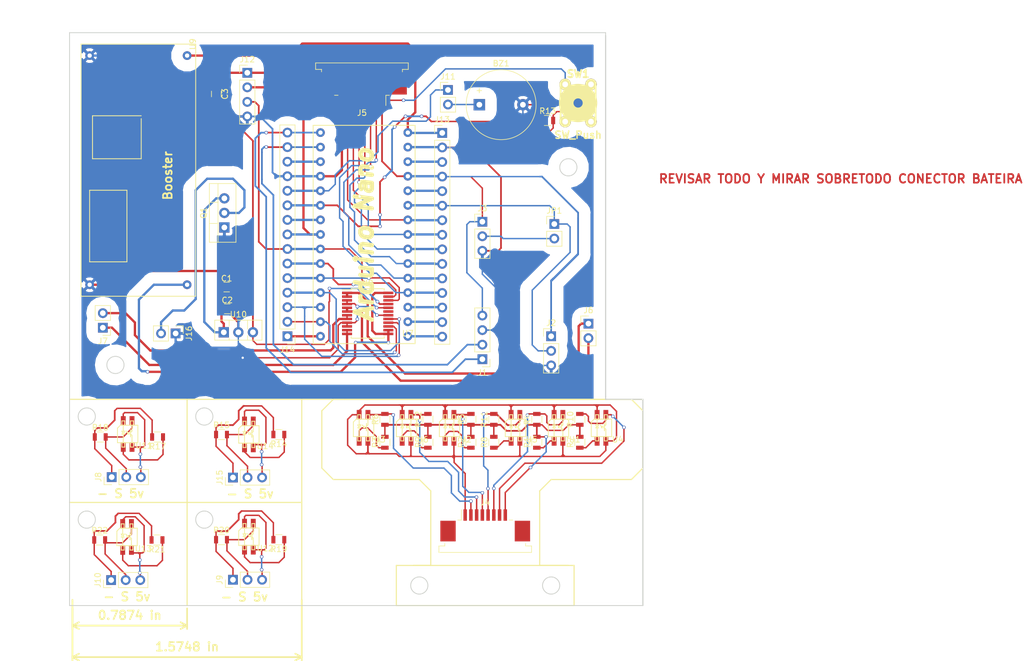
<source format=kicad_pcb>
(kicad_pcb (version 20171130) (host pcbnew "(5.0.0)")
  (layers (0 F.Cu signal) (31 B.Cu signal) (34 B.Paste user) (35 F.Paste user) (36 B.SilkS user) (37 F.SilkS user) (38 B.Mask user) (39 F.Mask user) (44 Edge.Cuts user))
  (net 0 "")
  (net 1 /D5)
  (net 2 GND)
  (net 3 /D1)
  (net 4 /D0)
  (net 5 /A6)
  (net 6 "Net-(J3-Pad2)")
  (net 7 /A0)
  (net 8 /A1)
  (net 9 /A2)
  (net 10 /A3)
  (net 11 /A4)
  (net 12 /A5)
  (net 13 /D13)
  (net 14 /RST)
  (net 15 /D6)
  (net 16 /D7)
  (net 17 /D8)
  (net 18 /D9)
  (net 19 /D10)
  (net 20 /D11)
  (net 21 /Mot_A1)
  (net 22 /Mot_A2)
  (net 23 /Mot_B2)
  (net 24 /Mot_B1)
  (net 25 /V_mot)
  (net 26 "Net-(BZ1-Pad1)")
  (net 27 "Net-(C1-Pad1)")
  (net 28 +5V)
  (net 29 /D2)
  (net 30 /Vin)
  (net 31 /A7)
  (net 32 /AREF)
  (net 33 /3V3)
  (net 34 /D12)
  (net 35 /D4)
  (net 36 /D3)
  (net 37 /S0)
  (net 38 /S1)
  (net 39 /S2)
  (net 40 /S3)
  (net 41 /S4)
  (net 42 /S5)
  (net 43 "Net-(J8-Pad1)")
  (net 44 "Net-(J8-Pad2)")
  (net 45 "Net-(J8-Pad3)")
  (net 46 "Net-(J9-Pad1)")
  (net 47 "Net-(J9-Pad2)")
  (net 48 "Net-(J9-Pad3)")
  (net 49 "Net-(J10-Pad1)")
  (net 50 "Net-(J10-Pad2)")
  (net 51 "Net-(J10-Pad3)")
  (net 52 "Net-(R1-Pad1)")
  (net 53 "Net-(R2-Pad1)")
  (net 54 "Net-(R3-Pad1)")
  (net 55 "Net-(R7-Pad1)")
  (net 56 "Net-(R8-Pad1)")
  (net 57 "Net-(R9-Pad1)")
  (net 58 "Net-(R17-Pad1)")
  (net 59 "Net-(R19-Pad1)")
  (net 60 "Net-(R21-Pad1)")
  (net 61 "Net-(J15-Pad1)")
  (net 62 "Net-(J15-Pad2)")
  (net 63 "Net-(J15-Pad3)")
  (net 64 "Net-(R14-Pad1)")
  (net 65 /Bat+)
  (module mod_pth_cny70:Driver_XL6000w (layer F.Cu) (at 113.5 45.5 270)
    (fp_text reference U9 (at 0 0.5 270) (layer F.SilkS))
    (fp_text value Booster12V)
    (pad 1 thru_hole circle (at 2 1.5 270) (size 1.524 1.524) (drill 0.762) (layers *.Cu *.Mask) (net 30 /Vin))
    (pad 2 thru_hole circle (at 2 18.5 270) (size 1.524 1.524) (drill 0.762) (layers *.Cu *.Mask) (net 2 GND))
    (pad 3 thru_hole circle (at 42 1.5 270) (size 1.524 1.524) (drill 0.762) (layers *.Cu *.Mask) (net 25 /V_mot))
    (pad 4 thru_hole circle (at 42 18.5 270) (size 1.524 1.524) (drill 0.762) (layers *.Cu *.Mask) (net 2 GND))
  )
  (module Buzzers_Beepers:Buzzer_12x9.5RM7.6 (layer F.Cu) (at 162.975 56.075)
    (fp_text reference BZ1 (at 3.8 -7.2) (layer F.SilkS))
    (fp_text value Buzzer)
    (fp_text user + (at -0.01 -2.54) (layer F.SilkS))
    (pad 1 thru_hole rect (at 0 0) (size 2 2) (drill 1) (layers *.Cu *.Mask) (net 26 "Net-(BZ1-Pad1)"))
    (pad 2 thru_hole circle (at 7.6 0) (size 2 2) (drill 1) (layers *.Cu *.Mask) (net 2 GND))
  )
  (module Pin_Headers:Pin_Header_Straight_1x04_Pitch2.54mm (layer F.Cu) (at 163.5 100.5 180)
    (fp_text reference J1 (at 0 -2.33 180) (layer F.SilkS))
    (fp_text value BT)
    (pad 1 thru_hole rect (at 0 0 180) (size 1.7 1.7) (drill 1) (layers *.Cu *.Mask) (net 3 /D1))
    (pad 2 thru_hole oval (at 0 2.54 180) (size 1.7 1.7) (drill 1) (layers *.Cu *.Mask) (net 4 /D0))
    (pad 3 thru_hole oval (at 0 5.08 180) (size 1.7 1.7) (drill 1) (layers *.Cu *.Mask) (net 2 GND))
    (pad 4 thru_hole oval (at 0 7.62 180) (size 1.7 1.7) (drill 1) (layers *.Cu *.Mask) (net 28 +5V))
  )
  (module Pin_Headers:Pin_Header_Straight_1x03_Pitch2.54mm (layer F.Cu) (at 175.5 96.5)
    (fp_text reference J2 (at 0 -2.33) (layer F.SilkS))
    (fp_text value Temp)
    (pad 1 thru_hole rect (at 0 0) (size 1.7 1.7) (drill 1) (layers *.Cu *.Mask) (net 28 +5V))
    (pad 2 thru_hole oval (at 0 2.54) (size 1.7 1.7) (drill 1) (layers *.Cu *.Mask) (net 5 /A6))
    (pad 3 thru_hole oval (at 0 5.08) (size 1.7 1.7) (drill 1) (layers *.Cu *.Mask) (net 2 GND))
  )
  (module Pin_Headers:Pin_Header_Straight_1x03_Pitch2.54mm (layer F.Cu) (at 163.5 76.5)
    (fp_text reference J3 (at 0 -2.33) (layer F.SilkS))
    (fp_text value Gp2y0)
    (pad 1 thru_hole rect (at 0 0) (size 1.7 1.7) (drill 1) (layers *.Cu *.Mask) (net 28 +5V))
    (pad 2 thru_hole oval (at 0 2.54) (size 1.7 1.7) (drill 1) (layers *.Cu *.Mask) (net 6 "Net-(J3-Pad2)"))
    (pad 3 thru_hole oval (at 0 5.08) (size 1.7 1.7) (drill 1) (layers *.Cu *.Mask) (net 2 GND))
  )
  (module Connectors_TE-Connectivity:TE_84952-8_1x08_P1.0mm_Horizontal (layer F.Cu) (at 142.5 53.5 180)
    (fp_text reference J5 (at 0 -4 180) (layer F.SilkS))
    (fp_text value Front_flex)
    (pad 1 smd rect (at -3.5 -1.8 180) (size 0.61 2) (layers F.Cu F.Paste F.Mask) (net 28 +5V))
    (pad 2 smd rect (at -2.5 -1.8 180) (size 0.61 2) (layers F.Cu F.Paste F.Mask) (net 7 /A0))
    (pad 3 smd rect (at -1.5 -1.8 180) (size 0.61 2) (layers F.Cu F.Paste F.Mask) (net 8 /A1))
    (pad 4 smd rect (at -0.5 -1.8 180) (size 0.61 2) (layers F.Cu F.Paste F.Mask) (net 9 /A2))
    (pad 5 smd rect (at 0.5 -1.8 180) (size 0.61 2) (layers F.Cu F.Paste F.Mask) (net 10 /A3))
    (pad 6 smd rect (at 1.5 -1.8 180) (size 0.61 2) (layers F.Cu F.Paste F.Mask) (net 11 /A4))
    (pad 7 smd rect (at 2.5 -1.8 180) (size 0.61 2) (layers F.Cu F.Paste F.Mask) (net 12 /A5))
    (pad 8 smd rect (at 3.5 -1.8 180) (size 0.61 2) (layers F.Cu F.Paste F.Mask) (net 2 GND))
    (pad "" smd rect (at -6.49 1 180) (size 2.68 3.6) (layers F.Cu F.Paste F.Mask))
    (pad "" smd rect (at 6.49 1 180) (size 2.68 3.6) (layers F.Cu F.Paste F.Mask))
  )
  (module Pin_Headers:Pin_Header_Straight_1x02_Pitch2.54mm (layer F.Cu) (at 176.05 76.9)
    (fp_text reference JP1 (at 0 -2.33) (layer F.SilkS))
    (fp_text value Jumper)
    (pad 1 thru_hole rect (at 0 0) (size 1.7 1.7) (drill 1) (layers *.Cu *.Mask) (net 5 /A6))
    (pad 2 thru_hole oval (at 0 2.54) (size 1.7 1.7) (drill 1) (layers *.Cu *.Mask) (net 6 "Net-(J3-Pad2)"))
  )
  (module w_switch:PCB_PUSH (layer F.Cu) (at 180.2 55.775)
    (fp_text reference SW1 (at 0 -5.08) (layer F.SilkS) (effects (font (size 1.27 1.27) (thickness 0.3175))))
    (fp_text value SW_Push (at 0 5.588) (layer F.SilkS) (effects (font (size 1.27 1.27) (thickness 0.254))))
    (pad 1 thru_hole circle (at -2.25044 -3.2512) (size 1.99898 1.99898) (drill 1.00076) (layers *.Cu *.Mask F.SilkS) (net 28 +5V))
    (pad 2 thru_hole circle (at 2.25044 3.2512) (size 1.99898 1.99898) (drill 1.00076) (layers *.Cu *.Mask F.SilkS) (net 36 /D3))
    (pad 4 thru_hole circle (at 2.25044 -3.2512) (size 1.99898 1.99898) (drill 1.00076) (layers *.Cu *.Mask F.SilkS))
    (pad 3 thru_hole circle (at -2.25044 3.2512) (size 1.99898 1.99898) (drill 1.00076) (layers *.Cu *.Mask F.SilkS))
  )
  (module Cny70:Arduino_nano (layer F.Cu) (at 150.5 96.5 180)
    (fp_text reference U7 (at 0 0.5 180) (layer F.SilkS))
    (fp_text value Arduino_Nano_R3)
    (fp_text user "Arduino Nano" (at 7.62 17.78 270) (layer F.SilkS) (effects (font (size 3 3) (thickness 0.75) italic)))
    (pad 1 thru_hole circle (at 0 0 180) (size 1.524 1.524) (drill 0.762) (layers *.Cu *.Mask) (net 13 /D13))
    (pad 2 thru_hole circle (at 0 2.54 180) (size 1.524 1.524) (drill 0.762) (layers *.Cu *.Mask) (net 33 /3V3))
    (pad 3 thru_hole circle (at 0 5.08 180) (size 1.524 1.524) (drill 0.762) (layers *.Cu *.Mask) (net 32 /AREF))
    (pad 4 thru_hole circle (at 0 7.62 180) (size 1.524 1.524) (drill 0.762) (layers *.Cu *.Mask) (net 7 /A0))
    (pad 5 thru_hole circle (at 0 10.16 180) (size 1.524 1.524) (drill 0.762) (layers *.Cu *.Mask) (net 8 /A1))
    (pad 6 thru_hole circle (at 0 12.7 180) (size 1.524 1.524) (drill 0.762) (layers *.Cu *.Mask) (net 9 /A2))
    (pad 7 thru_hole circle (at 0 15.24 180) (size 1.524 1.524) (drill 0.762) (layers *.Cu *.Mask) (net 10 /A3))
    (pad 8 thru_hole circle (at 0 17.78 180) (size 1.524 1.524) (drill 0.762) (layers *.Cu *.Mask) (net 11 /A4))
    (pad 9 thru_hole circle (at 0 20.32 180) (size 1.524 1.524) (drill 0.762) (layers *.Cu *.Mask) (net 12 /A5))
    (pad 10 thru_hole circle (at 0 22.86 180) (size 1.524 1.524) (drill 0.762) (layers *.Cu *.Mask) (net 5 /A6))
    (pad 11 thru_hole circle (at 0 25.4 180) (size 1.524 1.524) (drill 0.762) (layers *.Cu *.Mask) (net 31 /A7))
    (pad 12 thru_hole circle (at 0 27.94 180) (size 1.524 1.524) (drill 0.762) (layers *.Cu *.Mask) (net 28 +5V))
    (pad 13 thru_hole circle (at 0 30.48 180) (size 1.524 1.524) (drill 0.762) (layers *.Cu *.Mask) (net 14 /RST))
    (pad 14 thru_hole circle (at 0 33.02 180) (size 1.524 1.524) (drill 0.762) (layers *.Cu *.Mask) (net 2 GND))
    (pad 15 thru_hole circle (at 0 35.56 180) (size 1.524 1.524) (drill 0.762) (layers *.Cu *.Mask) (net 30 /Vin))
    (pad 16 thru_hole circle (at 15.24 35.56 180) (size 1.524 1.524) (drill 0.762) (layers *.Cu *.Mask) (net 3 /D1))
    (pad 17 thru_hole circle (at 15.24 33.02 180) (size 1.524 1.524) (drill 0.762) (layers *.Cu *.Mask) (net 4 /D0))
    (pad 18 thru_hole circle (at 15.24 30.48 180) (size 1.524 1.524) (drill 0.762) (layers *.Cu *.Mask) (net 14 /RST))
    (pad 19 thru_hole circle (at 15.24 27.94 180) (size 1.524 1.524) (drill 0.762) (layers *.Cu *.Mask) (net 2 GND))
    (pad 20 thru_hole circle (at 15.24 25.4 180) (size 1.524 1.524) (drill 0.762) (layers *.Cu *.Mask) (net 29 /D2))
    (pad 21 thru_hole circle (at 15.24 22.86 180) (size 1.524 1.524) (drill 0.762) (layers *.Cu *.Mask) (net 36 /D3))
    (pad 22 thru_hole circle (at 15.24 20.32 180) (size 1.524 1.524) (drill 0.762) (layers *.Cu *.Mask) (net 35 /D4))
    (pad 23 thru_hole circle (at 15.24 17.78 180) (size 1.524 1.524) (drill 0.762) (layers *.Cu *.Mask) (net 1 /D5))
    (pad 24 thru_hole circle (at 15.24 15.24 180) (size 1.524 1.524) (drill 0.762) (layers *.Cu *.Mask) (net 15 /D6))
    (pad 25 thru_hole circle (at 15.24 12.7 180) (size 1.524 1.524) (drill 0.762) (layers *.Cu *.Mask) (net 16 /D7))
    (pad 26 thru_hole circle (at 15.24 10.16 180) (size 1.524 1.524) (drill 0.762) (layers *.Cu *.Mask) (net 17 /D8))
    (pad 27 thru_hole circle (at 15.24 7.62 180) (size 1.524 1.524) (drill 0.762) (layers *.Cu *.Mask) (net 18 /D9))
    (pad 28 thru_hole circle (at 15.24 5.08 180) (size 1.524 1.524) (drill 0.762) (layers *.Cu *.Mask) (net 19 /D10))
    (pad 29 thru_hole circle (at 15.24 2.54 180) (size 1.524 1.524) (drill 0.762) (layers *.Cu *.Mask) (net 20 /D11))
    (pad 30 thru_hole circle (at 15.24 0 180) (size 1.524 1.524) (drill 0.762) (layers *.Cu *.Mask) (net 34 /D12))
  )
  (module Housings_SSOP:SSOP-24_5.3x8.2mm_Pitch0.65mm (layer F.Cu) (at 143.5 92.5)
    (fp_text reference U8 (at 0 -5.25) (layer F.SilkS))
    (fp_text value TB6612FNG)
    (pad 1 smd rect (at -3.6 -3.575) (size 1.75 0.45) (layers F.Cu F.Paste F.Mask) (net 21 /Mot_A1))
    (pad 2 smd rect (at -3.6 -2.925) (size 1.75 0.45) (layers F.Cu F.Paste F.Mask) (net 21 /Mot_A1))
    (pad 3 smd rect (at -3.6 -2.275) (size 1.75 0.45) (layers F.Cu F.Paste F.Mask) (net 2 GND))
    (pad 4 smd rect (at -3.6 -1.625) (size 1.75 0.45) (layers F.Cu F.Paste F.Mask) (net 2 GND))
    (pad 5 smd rect (at -3.6 -0.975) (size 1.75 0.45) (layers F.Cu F.Paste F.Mask) (net 22 /Mot_A2))
    (pad 6 smd rect (at -3.6 -0.325) (size 1.75 0.45) (layers F.Cu F.Paste F.Mask) (net 22 /Mot_A2))
    (pad 7 smd rect (at -3.6 0.325) (size 1.75 0.45) (layers F.Cu F.Paste F.Mask) (net 23 /Mot_B2))
    (pad 8 smd rect (at -3.6 0.975) (size 1.75 0.45) (layers F.Cu F.Paste F.Mask) (net 23 /Mot_B2))
    (pad 9 smd rect (at -3.6 1.625) (size 1.75 0.45) (layers F.Cu F.Paste F.Mask) (net 2 GND))
    (pad 10 smd rect (at -3.6 2.275) (size 1.75 0.45) (layers F.Cu F.Paste F.Mask) (net 2 GND))
    (pad 11 smd rect (at -3.6 2.925) (size 1.75 0.45) (layers F.Cu F.Paste F.Mask) (net 24 /Mot_B1))
    (pad 12 smd rect (at -3.6 3.575) (size 1.75 0.45) (layers F.Cu F.Paste F.Mask) (net 24 /Mot_B1))
    (pad 13 smd rect (at 3.6 3.575) (size 1.75 0.45) (layers F.Cu F.Paste F.Mask) (net 25 /V_mot))
    (pad 14 smd rect (at 3.6 2.925) (size 1.75 0.45) (layers F.Cu F.Paste F.Mask) (net 25 /V_mot))
    (pad 15 smd rect (at 3.6 2.275) (size 1.75 0.45) (layers F.Cu F.Paste F.Mask) (net 20 /D11))
    (pad 16 smd rect (at 3.6 1.625) (size 1.75 0.45) (layers F.Cu F.Paste F.Mask) (net 19 /D10))
    (pad 17 smd rect (at 3.6 0.975) (size 1.75 0.45) (layers F.Cu F.Paste F.Mask) (net 18 /D9))
    (pad 18 smd rect (at 3.6 0.325) (size 1.75 0.45) (layers F.Cu F.Paste F.Mask) (net 2 GND))
    (pad 19 smd rect (at 3.6 -0.325) (size 1.75 0.45) (layers F.Cu F.Paste F.Mask))
    (pad 20 smd rect (at 3.6 -0.975) (size 1.75 0.45) (layers F.Cu F.Paste F.Mask) (net 28 +5V))
    (pad 21 smd rect (at 3.6 -1.625) (size 1.75 0.45) (layers F.Cu F.Paste F.Mask) (net 16 /D7))
    (pad 22 smd rect (at 3.6 -2.275) (size 1.75 0.45) (layers F.Cu F.Paste F.Mask) (net 17 /D8))
    (pad 23 smd rect (at 3.6 -2.925) (size 1.75 0.45) (layers F.Cu F.Paste F.Mask) (net 15 /D6))
    (pad 24 smd rect (at 3.6 -3.575) (size 1.75 0.45) (layers F.Cu F.Paste F.Mask) (net 25 /V_mot))
  )
  (module Capacitors_SMD:C_0805 (layer F.Cu) (at 118.9 87.9)
    (fp_text reference C1 (at 0 -1.5) (layer F.SilkS))
    (fp_text value 470uF)
    (pad 1 smd rect (at -1 0) (size 1 1.25) (layers F.Cu F.Paste F.Mask) (net 27 "Net-(C1-Pad1)"))
    (pad 2 smd rect (at 1 0) (size 1 1.25) (layers F.Cu F.Paste F.Mask) (net 2 GND))
  )
  (module Capacitors_SMD:C_0805 (layer F.Cu) (at 119 91.7)
    (fp_text reference C2 (at 0 -1.5) (layer F.SilkS))
    (fp_text value "1 uF")
    (pad 1 smd rect (at -1 0) (size 1 1.25) (layers F.Cu F.Paste F.Mask) (net 27 "Net-(C1-Pad1)"))
    (pad 2 smd rect (at 1 0) (size 1 1.25) (layers F.Cu F.Paste F.Mask) (net 2 GND))
  )
  (module Capacitors_SMD:C_0805 (layer F.Cu) (at 117.1 54.2 270)
    (fp_text reference C3 (at 0 -1.5 270) (layer F.SilkS))
    (fp_text value 0.1uF)
    (pad 1 smd rect (at -1 0 270) (size 1 1.25) (layers F.Cu F.Paste F.Mask) (net 28 +5V))
    (pad 2 smd rect (at 1 0 270) (size 1 1.25) (layers F.Cu F.Paste F.Mask) (net 2 GND))
  )
  (module Pin_Headers:Pin_Header_Straight_1x02_Pitch2.54mm (layer F.Cu) (at 182 94.285)
    (fp_text reference J6 (at 0 -2.33) (layer F.SilkS))
    (fp_text value Conn_Mot1)
    (pad 1 thru_hole rect (at 0 0) (size 1.7 1.7) (drill 1) (layers *.Cu *.Mask) (net 21 /Mot_A1))
    (pad 2 thru_hole oval (at 0 2.54) (size 1.7 1.7) (drill 1) (layers *.Cu *.Mask) (net 22 /Mot_A2))
  )
  (module Pin_Headers:Pin_Header_Straight_1x02_Pitch2.54mm (layer F.Cu) (at 97.3 95 180)
    (fp_text reference J7 (at 0 -2.33 180) (layer F.SilkS))
    (fp_text value Conn_Mot2)
    (pad 1 thru_hole rect (at 0 0 180) (size 1.7 1.7) (drill 1) (layers *.Cu *.Mask) (net 24 /Mot_B1))
    (pad 2 thru_hole oval (at 0 2.54 180) (size 1.7 1.7) (drill 1) (layers *.Cu *.Mask) (net 23 /Mot_B2))
  )
  (module Pin_Headers:Pin_Header_Straight_1x02_Pitch2.54mm (layer F.Cu) (at 157.5 53.5)
    (fp_text reference J11 (at 0 -2.33) (layer F.SilkS))
    (fp_text value Jumper)
    (pad 1 thru_hole rect (at 0 0) (size 1.7 1.7) (drill 1) (layers *.Cu *.Mask) (net 29 /D2))
    (pad 2 thru_hole oval (at 0 2.54) (size 1.7 1.7) (drill 1) (layers *.Cu *.Mask) (net 26 "Net-(BZ1-Pad1)"))
  )
  (module Pin_Headers:Pin_Header_Straight_1x04_Pitch2.54mm (layer F.Cu) (at 122.5 50.5)
    (fp_text reference J12 (at 0 -2.33) (layer F.SilkS))
    (fp_text value Ultrasonidos)
    (pad 1 thru_hole rect (at 0 0) (size 1.7 1.7) (drill 1) (layers *.Cu *.Mask) (net 28 +5V))
    (pad 2 thru_hole oval (at 0 2.54) (size 1.7 1.7) (drill 1) (layers *.Cu *.Mask) (net 1 /D5))
    (pad 3 thru_hole oval (at 0 5.08) (size 1.7 1.7) (drill 1) (layers *.Cu *.Mask) (net 15 /D6))
    (pad 4 thru_hole oval (at 0 7.62) (size 1.7 1.7) (drill 1) (layers *.Cu *.Mask) (net 2 GND))
  )
  (module Pin_Headers:Pin_Header_Straight_1x15_Pitch2.54mm (layer F.Cu) (at 156.5 61)
    (fp_text reference J13 (at 0 -2.33) (layer F.SilkS))
    (fp_text value Conn_01x15)
    (pad 1 thru_hole rect (at 0 0) (size 1.7 1.7) (drill 1) (layers *.Cu *.Mask) (net 30 /Vin))
    (pad 2 thru_hole oval (at 0 2.54) (size 1.7 1.7) (drill 1) (layers *.Cu *.Mask) (net 2 GND))
    (pad 3 thru_hole oval (at 0 5.08) (size 1.7 1.7) (drill 1) (layers *.Cu *.Mask) (net 14 /RST))
    (pad 4 thru_hole oval (at 0 7.62) (size 1.7 1.7) (drill 1) (layers *.Cu *.Mask) (net 28 +5V))
    (pad 5 thru_hole oval (at 0 10.16) (size 1.7 1.7) (drill 1) (layers *.Cu *.Mask) (net 31 /A7))
    (pad 6 thru_hole oval (at 0 12.7) (size 1.7 1.7) (drill 1) (layers *.Cu *.Mask) (net 5 /A6))
    (pad 7 thru_hole oval (at 0 15.24) (size 1.7 1.7) (drill 1) (layers *.Cu *.Mask) (net 12 /A5))
    (pad 8 thru_hole oval (at 0 17.78) (size 1.7 1.7) (drill 1) (layers *.Cu *.Mask) (net 11 /A4))
    (pad 9 thru_hole oval (at 0 20.32) (size 1.7 1.7) (drill 1) (layers *.Cu *.Mask) (net 10 /A3))
    (pad 10 thru_hole oval (at 0 22.86) (size 1.7 1.7) (drill 1) (layers *.Cu *.Mask) (net 9 /A2))
    (pad 11 thru_hole oval (at 0 25.4) (size 1.7 1.7) (drill 1) (layers *.Cu *.Mask) (net 8 /A1))
    (pad 12 thru_hole oval (at 0 27.94) (size 1.7 1.7) (drill 1) (layers *.Cu *.Mask) (net 7 /A0))
    (pad 13 thru_hole oval (at 0 30.48) (size 1.7 1.7) (drill 1) (layers *.Cu *.Mask) (net 32 /AREF))
    (pad 14 thru_hole oval (at 0 33.02) (size 1.7 1.7) (drill 1) (layers *.Cu *.Mask) (net 33 /3V3))
    (pad 15 thru_hole oval (at 0 35.56) (size 1.7 1.7) (drill 1) (layers *.Cu *.Mask) (net 13 /D13))
  )
  (module Pin_Headers:Pin_Header_Straight_1x15_Pitch2.54mm (layer F.Cu) (at 129.5 96.5 180)
    (fp_text reference J14 (at 0 -2.33 180) (layer F.SilkS))
    (fp_text value Conn_01x15)
    (pad 1 thru_hole rect (at 0 0 180) (size 1.7 1.7) (drill 1) (layers *.Cu *.Mask) (net 34 /D12))
    (pad 2 thru_hole oval (at 0 2.54 180) (size 1.7 1.7) (drill 1) (layers *.Cu *.Mask) (net 20 /D11))
    (pad 3 thru_hole oval (at 0 5.08 180) (size 1.7 1.7) (drill 1) (layers *.Cu *.Mask) (net 19 /D10))
    (pad 4 thru_hole oval (at 0 7.62 180) (size 1.7 1.7) (drill 1) (layers *.Cu *.Mask) (net 18 /D9))
    (pad 5 thru_hole oval (at 0 10.16 180) (size 1.7 1.7) (drill 1) (layers *.Cu *.Mask) (net 17 /D8))
    (pad 6 thru_hole oval (at 0 12.7 180) (size 1.7 1.7) (drill 1) (layers *.Cu *.Mask) (net 16 /D7))
    (pad 7 thru_hole oval (at 0 15.24 180) (size 1.7 1.7) (drill 1) (layers *.Cu *.Mask) (net 15 /D6))
    (pad 8 thru_hole oval (at 0 17.78 180) (size 1.7 1.7) (drill 1) (layers *.Cu *.Mask) (net 1 /D5))
    (pad 9 thru_hole oval (at 0 20.32 180) (size 1.7 1.7) (drill 1) (layers *.Cu *.Mask) (net 35 /D4))
    (pad 10 thru_hole oval (at 0 22.86 180) (size 1.7 1.7) (drill 1) (layers *.Cu *.Mask) (net 36 /D3))
    (pad 11 thru_hole oval (at 0 25.4 180) (size 1.7 1.7) (drill 1) (layers *.Cu *.Mask) (net 29 /D2))
    (pad 12 thru_hole oval (at 0 27.94 180) (size 1.7 1.7) (drill 1) (layers *.Cu *.Mask) (net 2 GND))
    (pad 13 thru_hole oval (at 0 30.48 180) (size 1.7 1.7) (drill 1) (layers *.Cu *.Mask) (net 14 /RST))
    (pad 14 thru_hole oval (at 0 33.02 180) (size 1.7 1.7) (drill 1) (layers *.Cu *.Mask) (net 4 /D0))
    (pad 15 thru_hole oval (at 0 35.56 180) (size 1.7 1.7) (drill 1) (layers *.Cu *.Mask) (net 3 /D1))
  )
  (module TO_SOT_Packages_THT:TO-126_Vertical (layer F.Cu) (at 118.4 95.8)
    (fp_text reference U10 (at 2.54 -3.12) (layer F.SilkS))
    (fp_text value L7805)
    (pad 1 thru_hole rect (at 0 0) (size 1.8 1.8) (drill 1) (layers *.Cu *.Mask) (net 27 "Net-(C1-Pad1)"))
    (pad 2 thru_hole oval (at 2.54 0) (size 1.8 1.8) (drill 1) (layers *.Cu *.Mask) (net 2 GND))
    (pad 3 thru_hole oval (at 5.08 0) (size 1.8 1.8) (drill 1) (layers *.Cu *.Mask) (net 28 +5V))
  )
  (module Connectors_TE-Connectivity:TE_84952-8_1x08_P1.0mm_Horizontal (layer F.Cu) (at 164 129.5)
    (fp_text reference J4 (at 0 -4) (layer F.SilkS))
    (fp_text value CNY_Flex)
    (pad 1 smd rect (at -3.5 -1.8) (size 0.61 2) (layers F.Cu F.Paste F.Mask) (net 28 +5V))
    (pad 2 smd rect (at -2.5 -1.8) (size 0.61 2) (layers F.Cu F.Paste F.Mask) (net 37 /S0))
    (pad 3 smd rect (at -1.5 -1.8) (size 0.61 2) (layers F.Cu F.Paste F.Mask) (net 38 /S1))
    (pad 4 smd rect (at -0.5 -1.8) (size 0.61 2) (layers F.Cu F.Paste F.Mask) (net 39 /S2))
    (pad 5 smd rect (at 0.5 -1.8) (size 0.61 2) (layers F.Cu F.Paste F.Mask) (net 40 /S3))
    (pad 6 smd rect (at 1.5 -1.8) (size 0.61 2) (layers F.Cu F.Paste F.Mask) (net 41 /S4))
    (pad 7 smd rect (at 2.5 -1.8) (size 0.61 2) (layers F.Cu F.Paste F.Mask) (net 42 /S5))
    (pad 8 smd rect (at 3.5 -1.8) (size 0.61 2) (layers F.Cu F.Paste F.Mask) (net 2 GND))
    (pad "" smd rect (at -6.49 1) (size 2.68 3.6) (layers F.Cu F.Paste F.Mask))
    (pad "" smd rect (at 6.49 1) (size 2.68 3.6) (layers F.Cu F.Paste F.Mask))
  )
  (module Pin_Headers:Pin_Header_Straight_1x03_Pitch2.54mm (layer F.Cu) (at 98.85 121.075 90)
    (fp_text reference J8 (at 0 -2.33 90) (layer F.SilkS))
    (fp_text value Conn_01x03)
    (pad 1 thru_hole rect (at 0 0 90) (size 1.7 1.7) (drill 1) (layers *.Cu *.Mask) (net 43 "Net-(J8-Pad1)"))
    (pad 2 thru_hole oval (at 0 2.54 90) (size 1.7 1.7) (drill 1) (layers *.Cu *.Mask) (net 44 "Net-(J8-Pad2)"))
    (pad 3 thru_hole oval (at 0 5.08 90) (size 1.7 1.7) (drill 1) (layers *.Cu *.Mask) (net 45 "Net-(J8-Pad3)"))
  )
  (module Pin_Headers:Pin_Header_Straight_1x03_Pitch2.54mm (layer F.Cu) (at 120 139 90)
    (fp_text reference J9 (at 0 -2.33 90) (layer F.SilkS))
    (fp_text value Conn_01x03)
    (pad 1 thru_hole rect (at 0 0 90) (size 1.7 1.7) (drill 1) (layers *.Cu *.Mask) (net 46 "Net-(J9-Pad1)"))
    (pad 2 thru_hole oval (at 0 2.54 90) (size 1.7 1.7) (drill 1) (layers *.Cu *.Mask) (net 47 "Net-(J9-Pad2)"))
    (pad 3 thru_hole oval (at 0 5.08 90) (size 1.7 1.7) (drill 1) (layers *.Cu *.Mask) (net 48 "Net-(J9-Pad3)"))
  )
  (module Pin_Headers:Pin_Header_Straight_1x03_Pitch2.54mm (layer F.Cu) (at 98.75 139.05 90)
    (fp_text reference J10 (at 0 -2.33 90) (layer F.SilkS))
    (fp_text value Conn_01x03)
    (pad 1 thru_hole rect (at 0 0 90) (size 1.7 1.7) (drill 1) (layers *.Cu *.Mask) (net 49 "Net-(J10-Pad1)"))
    (pad 2 thru_hole oval (at 0 2.54 90) (size 1.7 1.7) (drill 1) (layers *.Cu *.Mask) (net 50 "Net-(J10-Pad2)"))
    (pad 3 thru_hole oval (at 0 5.08 90) (size 1.7 1.7) (drill 1) (layers *.Cu *.Mask) (net 51 "Net-(J10-Pad3)"))
  )
  (module Resistors_SMD:R_0805 (layer F.Cu) (at 173 115 90)
    (fp_text reference R1 (at 0 -1.65 90) (layer F.SilkS))
    (fp_text value 220)
    (pad 1 smd rect (at -0.95 0 90) (size 0.7 1.3) (layers F.Cu F.Paste F.Mask) (net 52 "Net-(R1-Pad1)"))
    (pad 2 smd rect (at 0.95 0 90) (size 0.7 1.3) (layers F.Cu F.Paste F.Mask) (net 2 GND))
  )
  (module Resistors_SMD:R_0805 (layer F.Cu) (at 161.5 115 90)
    (fp_text reference R2 (at 0 -1.65 90) (layer F.SilkS))
    (fp_text value 220)
    (pad 1 smd rect (at -0.95 0 90) (size 0.7 1.3) (layers F.Cu F.Paste F.Mask) (net 53 "Net-(R2-Pad1)"))
    (pad 2 smd rect (at 0.95 0 90) (size 0.7 1.3) (layers F.Cu F.Paste F.Mask) (net 2 GND))
  )
  (module Resistors_SMD:R_0805 (layer F.Cu) (at 146.5 115 90)
    (fp_text reference R3 (at 0 -1.65 90) (layer F.SilkS))
    (fp_text value 220)
    (pad 1 smd rect (at -0.95 0 90) (size 0.7 1.3) (layers F.Cu F.Paste F.Mask) (net 54 "Net-(R3-Pad1)"))
    (pad 2 smd rect (at 0.95 0 90) (size 0.7 1.3) (layers F.Cu F.Paste F.Mask) (net 2 GND))
  )
  (module Resistors_SMD:R_0805 (layer F.Cu) (at 173 111 90)
    (fp_text reference R4 (at 0 -1.65 90) (layer F.SilkS))
    (fp_text value 10K)
    (pad 1 smd rect (at -0.95 0 90) (size 0.7 1.3) (layers F.Cu F.Paste F.Mask) (net 2 GND))
    (pad 2 smd rect (at 0.95 0 90) (size 0.7 1.3) (layers F.Cu F.Paste F.Mask) (net 41 /S4))
  )
  (module Resistors_SMD:R_0805 (layer F.Cu) (at 161.5 111 90)
    (fp_text reference R5 (at 0 -1.65 90) (layer F.SilkS))
    (fp_text value 10K)
    (pad 1 smd rect (at -0.95 0 90) (size 0.7 1.3) (layers F.Cu F.Paste F.Mask) (net 2 GND))
    (pad 2 smd rect (at 0.95 0 90) (size 0.7 1.3) (layers F.Cu F.Paste F.Mask) (net 39 /S2))
  )
  (module Resistors_SMD:R_0805 (layer F.Cu) (at 146.5 111 90)
    (fp_text reference R6 (at 0 -1.65 90) (layer F.SilkS))
    (fp_text value 10K)
    (pad 1 smd rect (at -0.95 0 90) (size 0.7 1.3) (layers F.Cu F.Paste F.Mask) (net 2 GND))
    (pad 2 smd rect (at 0.95 0 90) (size 0.7 1.3) (layers F.Cu F.Paste F.Mask) (net 37 /S0))
  )
  (module Resistors_SMD:R_0805 (layer F.Cu) (at 180.5 115 90)
    (fp_text reference R7 (at 0 -1.65 90) (layer F.SilkS))
    (fp_text value 220)
    (pad 1 smd rect (at -0.95 0 90) (size 0.7 1.3) (layers F.Cu F.Paste F.Mask) (net 55 "Net-(R7-Pad1)"))
    (pad 2 smd rect (at 0.95 0 90) (size 0.7 1.3) (layers F.Cu F.Paste F.Mask) (net 2 GND))
  )
  (module Resistors_SMD:R_0805 (layer F.Cu) (at 165.5 115 90)
    (fp_text reference R8 (at 0 -1.65 90) (layer F.SilkS))
    (fp_text value 220)
    (pad 1 smd rect (at -0.95 0 90) (size 0.7 1.3) (layers F.Cu F.Paste F.Mask) (net 56 "Net-(R8-Pad1)"))
    (pad 2 smd rect (at 0.95 0 90) (size 0.7 1.3) (layers F.Cu F.Paste F.Mask) (net 2 GND))
  )
  (module Resistors_SMD:R_0805 (layer F.Cu) (at 154 115 90)
    (fp_text reference R9 (at 0 -1.65 90) (layer F.SilkS))
    (fp_text value 220)
    (pad 1 smd rect (at -0.95 0 90) (size 0.7 1.3) (layers F.Cu F.Paste F.Mask) (net 57 "Net-(R9-Pad1)"))
    (pad 2 smd rect (at 0.95 0 90) (size 0.7 1.3) (layers F.Cu F.Paste F.Mask) (net 2 GND))
  )
  (module Resistors_SMD:R_0805 (layer F.Cu) (at 180.5 111 90)
    (fp_text reference R10 (at 0 -1.65 90) (layer F.SilkS))
    (fp_text value 10K)
    (pad 1 smd rect (at -0.95 0 90) (size 0.7 1.3) (layers F.Cu F.Paste F.Mask) (net 2 GND))
    (pad 2 smd rect (at 0.95 0 90) (size 0.7 1.3) (layers F.Cu F.Paste F.Mask) (net 42 /S5))
  )
  (module Resistors_SMD:R_0805 (layer F.Cu) (at 165.5 111 90)
    (fp_text reference R11 (at 0 -1.65 90) (layer F.SilkS))
    (fp_text value 10K)
    (pad 1 smd rect (at -0.95 0 90) (size 0.7 1.3) (layers F.Cu F.Paste F.Mask) (net 2 GND))
    (pad 2 smd rect (at 0.95 0 90) (size 0.7 1.3) (layers F.Cu F.Paste F.Mask) (net 40 /S3))
  )
  (module Resistors_SMD:R_0805 (layer F.Cu) (at 154 111 90)
    (fp_text reference R12 (at 0 -1.65 90) (layer F.SilkS))
    (fp_text value 10K)
    (pad 1 smd rect (at -0.95 0 90) (size 0.7 1.3) (layers F.Cu F.Paste F.Mask) (net 2 GND))
    (pad 2 smd rect (at 0.95 0 90) (size 0.7 1.3) (layers F.Cu F.Paste F.Mask) (net 38 /S1))
  )
  (module Resistors_SMD:R_0805 (layer F.Cu) (at 174.9 58.825)
    (fp_text reference R13 (at 0 -1.65) (layer F.SilkS))
    (fp_text value 10K)
    (pad 1 smd rect (at -0.95 0) (size 0.7 1.3) (layers F.Cu F.Paste F.Mask) (net 2 GND))
    (pad 2 smd rect (at 0.95 0) (size 0.7 1.3) (layers F.Cu F.Paste F.Mask) (net 36 /D3))
  )
  (module Resistors_SMD:R_0805 (layer F.Cu) (at 106.85 114.075 180)
    (fp_text reference R17 (at 0 -1.65 180) (layer F.SilkS))
    (fp_text value 220)
    (pad 1 smd rect (at -0.95 0 180) (size 0.7 1.3) (layers F.Cu F.Paste F.Mask) (net 58 "Net-(R17-Pad1)"))
    (pad 2 smd rect (at 0.95 0 180) (size 0.7 1.3) (layers F.Cu F.Paste F.Mask) (net 43 "Net-(J8-Pad1)"))
  )
  (module Resistors_SMD:R_0805 (layer F.Cu) (at 96.85 114.075)
    (fp_text reference R18 (at 0 -1.65) (layer F.SilkS))
    (fp_text value 10K)
    (pad 1 smd rect (at -0.95 0) (size 0.7 1.3) (layers F.Cu F.Paste F.Mask) (net 43 "Net-(J8-Pad1)"))
    (pad 2 smd rect (at 0.95 0) (size 0.7 1.3) (layers F.Cu F.Paste F.Mask) (net 44 "Net-(J8-Pad2)"))
  )
  (module Resistors_SMD:R_0805 (layer F.Cu) (at 128 132 180)
    (fp_text reference R19 (at 0 -1.65 180) (layer F.SilkS))
    (fp_text value 220)
    (pad 1 smd rect (at -0.95 0 180) (size 0.7 1.3) (layers F.Cu F.Paste F.Mask) (net 59 "Net-(R19-Pad1)"))
    (pad 2 smd rect (at 0.95 0 180) (size 0.7 1.3) (layers F.Cu F.Paste F.Mask) (net 46 "Net-(J9-Pad1)"))
  )
  (module Resistors_SMD:R_0805 (layer F.Cu) (at 118 132)
    (fp_text reference R20 (at 0 -1.65) (layer F.SilkS))
    (fp_text value 10K)
    (pad 1 smd rect (at -0.95 0) (size 0.7 1.3) (layers F.Cu F.Paste F.Mask) (net 46 "Net-(J9-Pad1)"))
    (pad 2 smd rect (at 0.95 0) (size 0.7 1.3) (layers F.Cu F.Paste F.Mask) (net 47 "Net-(J9-Pad2)"))
  )
  (module Resistors_SMD:R_0805 (layer F.Cu) (at 106.75 132.05 180)
    (fp_text reference R21 (at 0 -1.65 180) (layer F.SilkS))
    (fp_text value 220)
    (pad 1 smd rect (at -0.95 0 180) (size 0.7 1.3) (layers F.Cu F.Paste F.Mask) (net 60 "Net-(R21-Pad1)"))
    (pad 2 smd rect (at 0.95 0 180) (size 0.7 1.3) (layers F.Cu F.Paste F.Mask) (net 49 "Net-(J10-Pad1)"))
  )
  (module Resistors_SMD:R_0805 (layer F.Cu) (at 96.75 132.05)
    (fp_text reference R22 (at 0 -1.65) (layer F.SilkS))
    (fp_text value 10K)
    (pad 1 smd rect (at -0.95 0) (size 0.7 1.3) (layers F.Cu F.Paste F.Mask) (net 49 "Net-(J10-Pad1)"))
    (pad 2 smd rect (at 0.95 0) (size 0.7 1.3) (layers F.Cu F.Paste F.Mask) (net 50 "Net-(J10-Pad2)"))
  )
  (module Cny70:QRE1113GRCT-ND (layer F.Cu) (at 175 114 270)
    (fp_text reference U1 (at 0.52 -4.62 180) (layer F.SilkS))
    (fp_text value CNY70)
    (pad 3 smd rect (at 0.762 -2.54) (size 0.85 1.66) (layers F.Cu F.Paste F.Mask) (net 28 +5V))
    (pad 2 smd rect (at 0.762 -1.016) (size 0.85 1.66) (layers F.Cu F.Paste F.Mask) (net 52 "Net-(R1-Pad1)"))
    (pad 1 smd rect (at -3.81 -1.016) (size 0.85 1.66) (layers F.Cu F.Paste F.Mask) (net 28 +5V))
    (pad 4 smd rect (at -3.81 -2.54) (size 0.85 1.66) (layers F.Cu F.Paste F.Mask) (net 41 /S4))
  )
  (module Cny70:QRE1113GRCT-ND (layer F.Cu) (at 156 114 270)
    (fp_text reference U2 (at 0.52 -4.62 180) (layer F.SilkS))
    (fp_text value CNY70)
    (pad 3 smd rect (at 0.762 -2.54) (size 0.85 1.66) (layers F.Cu F.Paste F.Mask) (net 28 +5V))
    (pad 2 smd rect (at 0.762 -1.016) (size 0.85 1.66) (layers F.Cu F.Paste F.Mask) (net 53 "Net-(R2-Pad1)"))
    (pad 1 smd rect (at -3.81 -1.016) (size 0.85 1.66) (layers F.Cu F.Paste F.Mask) (net 28 +5V))
    (pad 4 smd rect (at -3.81 -2.54) (size 0.85 1.66) (layers F.Cu F.Paste F.Mask) (net 39 /S2))
  )
  (module Cny70:QRE1113GRCT-ND (layer F.Cu) (at 141 114 270)
    (fp_text reference U3 (at 0.52 -4.62 180) (layer F.SilkS))
    (fp_text value CNY70)
    (pad 3 smd rect (at 0.762 -2.54) (size 0.85 1.66) (layers F.Cu F.Paste F.Mask) (net 28 +5V))
    (pad 2 smd rect (at 0.762 -1.016) (size 0.85 1.66) (layers F.Cu F.Paste F.Mask) (net 54 "Net-(R3-Pad1)"))
    (pad 1 smd rect (at -3.81 -1.016) (size 0.85 1.66) (layers F.Cu F.Paste F.Mask) (net 28 +5V))
    (pad 4 smd rect (at -3.81 -2.54) (size 0.85 1.66) (layers F.Cu F.Paste F.Mask) (net 37 /S0))
  )
  (module Cny70:QRE1113GRCT-ND (layer F.Cu) (at 182.5 114 270)
    (fp_text reference U4 (at 0.52 -4.62 180) (layer F.SilkS))
    (fp_text value CNY70)
    (pad 3 smd rect (at 0.762 -2.54) (size 0.85 1.66) (layers F.Cu F.Paste F.Mask) (net 28 +5V))
    (pad 2 smd rect (at 0.762 -1.016) (size 0.85 1.66) (layers F.Cu F.Paste F.Mask) (net 55 "Net-(R7-Pad1)"))
    (pad 1 smd rect (at -3.81 -1.016) (size 0.85 1.66) (layers F.Cu F.Paste F.Mask) (net 28 +5V))
    (pad 4 smd rect (at -3.81 -2.54) (size 0.85 1.66) (layers F.Cu F.Paste F.Mask) (net 42 /S5))
  )
  (module Cny70:QRE1113GRCT-ND (layer F.Cu) (at 167.5 114 270)
    (fp_text reference U5 (at 0.52 -4.62 180) (layer F.SilkS))
    (fp_text value CNY70)
    (pad 3 smd rect (at 0.762 -2.54) (size 0.85 1.66) (layers F.Cu F.Paste F.Mask) (net 28 +5V))
    (pad 2 smd rect (at 0.762 -1.016) (size 0.85 1.66) (layers F.Cu F.Paste F.Mask) (net 56 "Net-(R8-Pad1)"))
    (pad 1 smd rect (at -3.81 -1.016) (size 0.85 1.66) (layers F.Cu F.Paste F.Mask) (net 28 +5V))
    (pad 4 smd rect (at -3.81 -2.54) (size 0.85 1.66) (layers F.Cu F.Paste F.Mask) (net 40 /S3))
  )
  (module Cny70:QRE1113GRCT-ND (layer F.Cu) (at 148.5 114 270)
    (fp_text reference U6 (at 0.52 -4.62 180) (layer F.SilkS))
    (fp_text value CNY70)
    (pad 3 smd rect (at 0.762 -2.54) (size 0.85 1.66) (layers F.Cu F.Paste F.Mask) (net 28 +5V))
    (pad 2 smd rect (at 0.762 -1.016) (size 0.85 1.66) (layers F.Cu F.Paste F.Mask) (net 57 "Net-(R9-Pad1)"))
    (pad 1 smd rect (at -3.81 -1.016) (size 0.85 1.66) (layers F.Cu F.Paste F.Mask) (net 28 +5V))
    (pad 4 smd rect (at -3.81 -2.54) (size 0.85 1.66) (layers F.Cu F.Paste F.Mask) (net 38 /S1))
  )
  (module Cny70:QRE1113GRCT-ND (layer F.Cu) (at 99.85 115.075 270)
    (fp_text reference U11 (at 0.52 -4.62 180) (layer F.SilkS))
    (fp_text value CNY70)
    (pad 3 smd rect (at 0.762 -2.54) (size 0.85 1.66) (layers F.Cu F.Paste F.Mask) (net 45 "Net-(J8-Pad3)"))
    (pad 2 smd rect (at 0.762 -1.016) (size 0.85 1.66) (layers F.Cu F.Paste F.Mask) (net 58 "Net-(R17-Pad1)"))
    (pad 1 smd rect (at -3.81 -1.016) (size 0.85 1.66) (layers F.Cu F.Paste F.Mask) (net 45 "Net-(J8-Pad3)"))
    (pad 4 smd rect (at -3.81 -2.54) (size 0.85 1.66) (layers F.Cu F.Paste F.Mask) (net 44 "Net-(J8-Pad2)"))
  )
  (module Cny70:QRE1113GRCT-ND (layer F.Cu) (at 121 133 270)
    (fp_text reference U12 (at 0.52 -4.62 180) (layer F.SilkS))
    (fp_text value CNY70)
    (pad 3 smd rect (at 0.762 -2.54) (size 0.85 1.66) (layers F.Cu F.Paste F.Mask) (net 48 "Net-(J9-Pad3)"))
    (pad 2 smd rect (at 0.762 -1.016) (size 0.85 1.66) (layers F.Cu F.Paste F.Mask) (net 59 "Net-(R19-Pad1)"))
    (pad 1 smd rect (at -3.81 -1.016) (size 0.85 1.66) (layers F.Cu F.Paste F.Mask) (net 48 "Net-(J9-Pad3)"))
    (pad 4 smd rect (at -3.81 -2.54) (size 0.85 1.66) (layers F.Cu F.Paste F.Mask) (net 47 "Net-(J9-Pad2)"))
  )
  (module Cny70:QRE1113GRCT-ND (layer F.Cu) (at 99.75 133.05 270)
    (fp_text reference U13 (at 0.52 -4.62 180) (layer F.SilkS))
    (fp_text value CNY70)
    (pad 3 smd rect (at 0.762 -2.54) (size 0.85 1.66) (layers F.Cu F.Paste F.Mask) (net 51 "Net-(J10-Pad3)"))
    (pad 2 smd rect (at 0.762 -1.016) (size 0.85 1.66) (layers F.Cu F.Paste F.Mask) (net 60 "Net-(R21-Pad1)"))
    (pad 1 smd rect (at -3.81 -1.016) (size 0.85 1.66) (layers F.Cu F.Paste F.Mask) (net 51 "Net-(J10-Pad3)"))
    (pad 4 smd rect (at -3.81 -2.54) (size 0.85 1.66) (layers F.Cu F.Paste F.Mask) (net 50 "Net-(J10-Pad2)"))
  )
  (module Pin_Headers:Pin_Header_Straight_1x03_Pitch2.54mm (layer F.Cu) (at 120 121.15 90)
    (fp_text reference J15 (at 0 -2.33 90) (layer F.SilkS))
    (fp_text value Conn_01x03)
    (pad 1 thru_hole rect (at 0 0 90) (size 1.7 1.7) (drill 1) (layers *.Cu *.Mask) (net 61 "Net-(J15-Pad1)"))
    (pad 2 thru_hole oval (at 0 2.54 90) (size 1.7 1.7) (drill 1) (layers *.Cu *.Mask) (net 62 "Net-(J15-Pad2)"))
    (pad 3 thru_hole oval (at 0 5.08 90) (size 1.7 1.7) (drill 1) (layers *.Cu *.Mask) (net 63 "Net-(J15-Pad3)"))
  )
  (module Resistors_SMD:R_0805 (layer F.Cu) (at 128 113.65 180)
    (fp_text reference R14 (at 0 -1.65 180) (layer F.SilkS))
    (fp_text value 220)
    (pad 1 smd rect (at -0.95 0 180) (size 0.7 1.3) (layers F.Cu F.Paste F.Mask) (net 64 "Net-(R14-Pad1)"))
    (pad 2 smd rect (at 0.95 0 180) (size 0.7 1.3) (layers F.Cu F.Paste F.Mask) (net 61 "Net-(J15-Pad1)"))
  )
  (module Resistors_SMD:R_0805 (layer F.Cu) (at 118 113.65)
    (fp_text reference R15 (at 0 -1.65) (layer F.SilkS))
    (fp_text value 10K)
    (pad 1 smd rect (at -0.95 0) (size 0.7 1.3) (layers F.Cu F.Paste F.Mask) (net 61 "Net-(J15-Pad1)"))
    (pad 2 smd rect (at 0.95 0) (size 0.7 1.3) (layers F.Cu F.Paste F.Mask) (net 62 "Net-(J15-Pad2)"))
  )
  (module Cny70:QRE1113GRCT-ND (layer F.Cu) (at 121 115.15 270)
    (fp_text reference U14 (at 0.52 -4.62 180) (layer F.SilkS))
    (fp_text value CNY70)
    (pad 3 smd rect (at 0.762 -2.54) (size 0.85 1.66) (layers F.Cu F.Paste F.Mask) (net 63 "Net-(J15-Pad3)"))
    (pad 2 smd rect (at 0.762 -1.016) (size 0.85 1.66) (layers F.Cu F.Paste F.Mask) (net 64 "Net-(R14-Pad1)"))
    (pad 1 smd rect (at -3.81 -1.016) (size 0.85 1.66) (layers F.Cu F.Paste F.Mask) (net 63 "Net-(J15-Pad3)"))
    (pad 4 smd rect (at -3.81 -2.54) (size 0.85 1.66) (layers F.Cu F.Paste F.Mask) (net 62 "Net-(J15-Pad2)"))
  )
  (module TO_SOT_Packages_THT:TO-220-3_Vertical (layer F.Cu) (at 118.5 77.5 90)
    (fp_text reference Q1 (at 2.54 -3.62 90) (layer F.SilkS))
    (fp_text value IRF5305)
    (pad 1 thru_hole rect (at 0 0 90) (size 1.8 1.8) (drill 1) (layers *.Cu *.Mask) (net 2 GND))
    (pad 2 thru_hole oval (at 2.54 0 90) (size 1.8 1.8) (drill 1) (layers *.Cu *.Mask) (net 65 /Bat+))
    (pad 3 thru_hole oval (at 5.08 0 90) (size 1.8 1.8) (drill 1) (layers *.Cu *.Mask) (net 27 "Net-(C1-Pad1)"))
  )
  (module Pin_Headers:Pin_Header_Straight_1x02_Pitch2.54mm (layer F.Cu) (at 110 96 270)
    (fp_text reference J16 (at 0 -2.33 270) (layer F.SilkS))
    (fp_text value Conn_Bat)
    (pad 1 thru_hole rect (at 0 0 270) (size 1.7 1.7) (drill 1) (layers *.Cu *.Mask) (net 2 GND))
    (pad 2 thru_hole oval (at 0 2.54 270) (size 1.7 1.7) (drill 1) (layers *.Cu *.Mask) (net 65 /Bat+))
  )
  (gr_circle (center 94.5 128.5) (end 96 128.5) (layer Edge.Cuts) (width 0.15))
  (gr_circle (center 115 128.5) (end 116.5 128.5) (layer Edge.Cuts) (width 0.15))
  (gr_circle (center 115 110.5) (end 116.5 110.5) (layer Edge.Cuts) (width 0.15))
  (gr_circle (center 94.5 110.5) (end 96 110.5) (layer Edge.Cuts) (width 0.15))
  (gr_circle (center 178.5 67) (end 180 67) (layer Edge.Cuts) (width 0.15))
  (gr_circle (center 99.5 101.5) (end 101 101.5) (layer Edge.Cuts) (width 0.15))
  (gr_line (start 179.5 143.5) (end 148.5 143.5) (layer F.SilkS) (width 0.2))
  (gr_line (start 179.5 136.5) (end 179.5 143.5) (layer F.SilkS) (width 0.2))
  (gr_line (start 173.5 136.5) (end 179.5 136.5) (layer F.SilkS) (width 0.2))
  (gr_line (start 173.5 136.5) (end 178.5 136.5) (layer F.SilkS) (width 0.2))
  (gr_line (start 173.5 136.5) (end 151.5 136.5) (layer F.SilkS) (width 0.2))
  (gr_line (start 148.5 136.5) (end 148.5 143.5) (layer F.SilkS) (width 0.2))
  (gr_line (start 154.5 136.5) (end 148.5 136.5) (layer F.SilkS) (width 0.2))
  (gr_circle (center 152.5 140) (end 154 140) (layer Edge.Cuts) (width 0.15))
  (gr_circle (center 175.5 140) (end 177 140) (layer Edge.Cuts) (width 0.15))
  (gr_line (start 185 43.5) (end 91.5 43.5) (layer Edge.Cuts) (width 0.15))
  (gr_line (start 185 44) (end 185 43.5) (layer Edge.Cuts) (width 0.15))
  (gr_line (start 191.5 107.5) (end 191.5 143.5) (layer Edge.Cuts) (width 0.2))
  (gr_line (start 185 107.5) (end 191.5 107.5) (layer Edge.Cuts) (width 0.2))
  (gr_line (start 185 107) (end 185 107.5) (layer Edge.Cuts) (width 0.2))
  (gr_line (start 185 44) (end 185 107) (layer Edge.Cuts) (width 0.2))
  (gr_text "REVISAR TODO Y MIRAR SOBRETODO CONECTOR BATEIRA\n" (at 226 69) (layer F.Cu) (effects (font (size 1.5 1.5) (thickness 0.3))))
  (gr_line (start 91.5 125.5) (end 132 125.5) (angle 90) (layer F.SilkS) (width 0.2))
  (gr_line (start 132 143) (end 132 107.5) (angle 90) (layer F.SilkS) (width 0.2))
  (gr_line (start 112 143.5) (end 112 107.5) (angle 90) (layer F.SilkS) (width 0.2))
  (dimension 20 (width 0.3) (layer F.SilkS) (gr_text 20,000mm (at 102 148.35) (layer F.SilkS) (effects (font (size 1.5 1.5) (thickness 0.3)))) (feature1 (pts (xy 112 144) (xy 112 149.7))) (feature2 (pts (xy 92 144) (xy 92 149.7))) (crossbar (pts (xy 92 147) (xy 112 147))) (arrow1a (pts (xy 112 147) (xy 110.873496 147.586421))) (arrow1b (pts (xy 112 147) (xy 110.873496 146.413579))) (arrow2a (pts (xy 92 147) (xy 93.126504 147.586421))) (arrow2b (pts (xy 92 147) (xy 93.126504 146.413579))))
  (dimension 40 (width 0.3) (layer F.SilkS) (gr_text 40,000mm (at 112 153.85) (layer F.SilkS) (effects (font (size 1.5 1.5) (thickness 0.3)))) (feature1 (pts (xy 132 142.5) (xy 132 155.2))) (feature2 (pts (xy 92 142.5) (xy 92 155.2))) (crossbar (pts (xy 92 152.5) (xy 132 152.5))) (arrow1a (pts (xy 132 152.5) (xy 130.873496 153.086421))) (arrow1b (pts (xy 132 152.5) (xy 130.873496 151.913579))) (arrow2a (pts (xy 92 152.5) (xy 93.126504 153.086421))) (arrow2b (pts (xy 92 152.5) (xy 93.126504 151.913579))))
  (gr_line (start 154.5 123.5) (end 154.5 136.5) (angle 90) (layer F.SilkS) (width 0.2))
  (gr_line (start 173.5 136.5) (end 173.5 123.5) (angle 90) (layer F.SilkS) (width 0.2))
  (gr_line (start 137.5 121.5) (end 152.5 121.5) (angle 90) (layer F.SilkS) (width 0.2))
  (gr_line (start 154.5 123.5) (end 152.5 121.5) (angle 90) (layer F.SilkS) (width 0.2))
  (gr_line (start 175.5 121.5) (end 173.5 123.5) (angle 90) (layer F.SilkS) (width 0.2))
  (gr_line (start 189.5 121.5) (end 175.5 121.5) (angle 90) (layer F.SilkS) (width 0.2))
  (gr_line (start 191.5 119.5) (end 189.5 121.5) (angle 90) (layer F.SilkS) (width 0.2))
  (gr_line (start 191.5 117.5) (end 191.5 119.5) (angle 90) (layer F.SilkS) (width 0.2))
  (gr_line (start 191.5 109.5) (end 191.5 117.5) (angle 90) (layer F.SilkS) (width 0.2))
  (gr_line (start 189.5 107.5) (end 191.5 109.5) (angle 90) (layer F.SilkS) (width 0.2))
  (gr_line (start 135.5 119.5) (end 137.5 121.5) (angle 90) (layer F.SilkS) (width 0.2))
  (gr_line (start 135.5 109.5) (end 135.5 119.5) (angle 90) (layer F.SilkS) (width 0.2))
  (gr_line (start 137.5 107.5) (end 135.5 109.5) (angle 90) (layer F.SilkS) (width 0.2))
  (gr_line (start 137.5 107.5) (end 139.5 107.5) (angle 90) (layer F.SilkS) (width 0.2))
  (gr_line (start 139.5 107.5) (end 189.5 107.5) (angle 90) (layer F.SilkS) (width 0.2))
  (gr_text "- S 5v\n" (at 101.5 141.95) (layer F.SilkS) (effects (font (size 1.5 1.5) (thickness 0.3))))
  (gr_text "- S 5v\n" (at 122 142) (layer F.SilkS) (effects (font (size 1.5 1.5) (thickness 0.3))))
  (gr_text "- S 5v\n" (at 123 124) (layer F.SilkS) (effects (font (size 1.5 1.5) (thickness 0.3))))
  (gr_text "- S 5v\n" (at 100.4 123.95) (layer F.SilkS) (effects (font (size 1.5 1.5) (thickness 0.3))))
  (gr_text Booster (at 108.625 68.45 90) (layer F.SilkS) (effects (font (size 1.5 1.5) (thickness 0.3))))
  (gr_line (start 91.55 107.5) (end 191.5 107.5) (angle 90) (layer F.SilkS) (width 0.2))
  (gr_line (start 91.5 143.5) (end 91.5 43.5) (angle 90) (layer Edge.Cuts) (width 0.15))
  (gr_line (start 191.5 143.5) (end 91.5 143.5) (angle 90) (layer Edge.Cuts) (width 0.15))
  (segment (start 122.5 53.04) (end 129.14 53.04) (width 0.4) (layer F.Cu) (net 1))
  (segment (start 133.42 78.72) (end 135.26 78.72) (width 0.4) (layer F.Cu) (net 1))
  (segment (start 132.3 77.6) (end 133.42 78.72) (width 0.4) (layer F.Cu) (net 1))
  (segment (start 132.3 56.2) (end 132.3 77.6) (width 0.4) (layer F.Cu) (net 1))
  (segment (start 129.14 53.04) (end 132.3 56.2) (width 0.4) (layer F.Cu) (net 1))
  (segment (start 129.5 78.72) (end 135.26 78.72) (width 0.4) (layer B.Cu) (net 1))
  (segment (start 120.94 98.5) (end 110.5 98.5) (width 0.4) (layer B.Cu) (net 2))
  (segment (start 110 98) (end 110 96) (width 0.4) (layer B.Cu) (net 2))
  (segment (start 110.5 98.5) (end 110 98) (width 0.4) (layer B.Cu) (net 2))
  (segment (start 118.5 77.5) (end 118.5 82.5) (width 0.4) (layer B.Cu) (net 2))
  (segment (start 120.94 84.94) (end 120.94 95.8) (width 0.4) (layer B.Cu) (net 2))
  (segment (start 118.5 82.5) (end 120.94 84.94) (width 0.4) (layer B.Cu) (net 2))
  (segment (start 167.5 127.7) (end 167.5 123.775) (width 0.25) (layer F.Cu) (net 2))
  (segment (start 174.625 114.05) (end 173 114.05) (width 0.25) (layer F.Cu) (net 2))
  (via (at 174.625 114.05) (size 0.6) (drill 0.4) (layers F.Cu B.Cu) (net 2))
  (segment (start 174.625 116.675) (end 174.625 114.05) (width 0.25) (layer B.Cu) (net 2))
  (segment (start 171.9 119.4) (end 174.625 116.675) (width 0.25) (layer B.Cu) (net 2))
  (via (at 171.9 119.4) (size 0.6) (drill 0.4) (layers F.Cu B.Cu) (net 2))
  (segment (start 171.875 119.4) (end 171.9 119.4) (width 0.25) (layer F.Cu) (net 2))
  (segment (start 167.5 123.775) (end 171.875 119.4) (width 0.25) (layer F.Cu) (net 2))
  (segment (start 173 111.95) (end 173.9 111.95) (width 0.25) (layer F.Cu) (net 2))
  (segment (start 178.575 111.95) (end 180.5 111.95) (width 0.25) (layer F.Cu) (net 2))
  (segment (start 177.6 112.925) (end 178.575 111.95) (width 0.25) (layer F.Cu) (net 2))
  (segment (start 174.875 112.925) (end 177.6 112.925) (width 0.25) (layer F.Cu) (net 2))
  (segment (start 173.9 111.95) (end 174.875 112.925) (width 0.25) (layer F.Cu) (net 2))
  (segment (start 165.5 111.95) (end 166.65 111.95) (width 0.3) (layer F.Cu) (net 2))
  (segment (start 171.45 111.95) (end 173 111.95) (width 0.3) (layer F.Cu) (net 2))
  (segment (start 170.4 113) (end 171.45 111.95) (width 0.3) (layer F.Cu) (net 2))
  (segment (start 167.7 113) (end 170.4 113) (width 0.3) (layer F.Cu) (net 2))
  (segment (start 166.65 111.95) (end 167.7 113) (width 0.3) (layer F.Cu) (net 2))
  (segment (start 154 111.95) (end 146.5 111.95) (width 0.3) (layer F.Cu) (net 2))
  (segment (start 161.5 111.95) (end 154 111.95) (width 0.3) (layer F.Cu) (net 2))
  (segment (start 165.5 111.95) (end 161.5 111.95) (width 0.3) (layer F.Cu) (net 2))
  (segment (start 180.5 111.95) (end 180.5 114.05) (width 0.3) (layer F.Cu) (net 2))
  (segment (start 173 111.95) (end 173 114.05) (width 0.3) (layer F.Cu) (net 2))
  (segment (start 165.5 111.95) (end 165.5 114.05) (width 0.25) (layer F.Cu) (net 2))
  (segment (start 161.5 111.95) (end 161.5 114.05) (width 0.25) (layer F.Cu) (net 2))
  (segment (start 154 114.05) (end 154 111.95) (width 0.25) (layer F.Cu) (net 2))
  (segment (start 146.5 111.95) (end 146.5 114.05) (width 0.25) (layer F.Cu) (net 2))
  (segment (start 173.9 58.775) (end 173.95 58.825) (width 0.25) (layer F.Cu) (net 2))
  (segment (start 120.94 95.8) (end 120.94 98.5) (width 0.25) (layer B.Cu) (net 2))
  (segment (start 120.94 98.5) (end 120.94 99.74) (width 0.25) (layer B.Cu) (net 2))
  (segment (start 121.7 100.25) (end 122.35 100.25) (width 0.25) (layer F.Cu) (net 2))
  (via (at 121.7 100.25) (size 0.6) (drill 0.4) (layers F.Cu B.Cu) (net 2))
  (segment (start 121.45 100.25) (end 121.7 100.25) (width 0.25) (layer B.Cu) (net 2))
  (segment (start 120.94 99.74) (end 121.45 100.25) (width 0.25) (layer B.Cu) (net 2))
  (segment (start 139.9 94.125) (end 138.825 94.125) (width 0.25) (layer F.Cu) (net 2))
  (segment (start 138.825 94.125) (end 138.35 94.6) (width 0.25) (layer F.Cu) (net 2))
  (segment (start 138.35 94.6) (end 138.35 98.75) (width 0.25) (layer F.Cu) (net 2))
  (segment (start 138.35 98.75) (end 136.85 100.25) (width 0.25) (layer F.Cu) (net 2))
  (segment (start 136.85 100.25) (end 122.35 100.25) (width 0.25) (layer F.Cu) (net 2))
  (segment (start 122.5 58.12) (end 124.72 58.12) (width 0.3) (layer B.Cu) (net 2))
  (segment (start 126.9 67.9) (end 127.56 68.56) (width 0.3) (layer B.Cu) (net 2))
  (segment (start 126.9 60.3) (end 126.9 67.9) (width 0.3) (layer B.Cu) (net 2))
  (segment (start 124.72 58.12) (end 126.9 60.3) (width 0.3) (layer B.Cu) (net 2))
  (segment (start 156.5 63.54) (end 161.59 63.54) (width 0.3) (layer F.Cu) (net 2))
  (segment (start 166.27 81.58) (end 163.5 81.58) (width 0.3) (layer F.Cu) (net 2))
  (segment (start 166.75 81.1) (end 166.27 81.58) (width 0.3) (layer F.Cu) (net 2))
  (segment (start 166.75 68.7) (end 166.75 81.1) (width 0.3) (layer F.Cu) (net 2))
  (segment (start 161.59 63.54) (end 166.75 68.7) (width 0.3) (layer F.Cu) (net 2))
  (segment (start 168.3 95.42) (end 168.38 95.42) (width 0.25) (layer B.Cu) (net 2))
  (segment (start 168.38 95.42) (end 168.75 95.05) (width 0.25) (layer B.Cu) (net 2))
  (segment (start 168.3 95.42) (end 168.42 95.42) (width 0.25) (layer B.Cu) (net 2))
  (segment (start 168.42 95.42) (end 168.75 95.75) (width 0.25) (layer B.Cu) (net 2))
  (segment (start 163.5 95.42) (end 168.3 95.42) (width 0.25) (layer B.Cu) (net 2))
  (segment (start 168.3 95.42) (end 168.75 95.42) (width 0.25) (layer B.Cu) (net 2))
  (segment (start 168.75 95.42) (end 168.75 95.45) (width 0.25) (layer B.Cu) (net 2))
  (segment (start 163.5 81.58) (end 163.5 85.65) (width 0.25) (layer B.Cu) (net 2))
  (segment (start 163.5 85.65) (end 168.75 90.9) (width 0.25) (layer B.Cu) (net 2))
  (segment (start 168.75 90.9) (end 168.75 95.05) (width 0.25) (layer B.Cu) (net 2))
  (segment (start 168.75 95.05) (end 168.75 95.45) (width 0.25) (layer B.Cu) (net 2))
  (segment (start 168.75 95.45) (end 168.75 95.75) (width 0.25) (layer B.Cu) (net 2))
  (segment (start 168.75 95.75) (end 168.75 98.55) (width 0.25) (layer B.Cu) (net 2))
  (segment (start 168.75 98.55) (end 171.78 101.58) (width 0.25) (layer B.Cu) (net 2))
  (segment (start 171.78 101.58) (end 175.5 101.58) (width 0.25) (layer B.Cu) (net 2))
  (segment (start 139 55.3) (end 139 67.5) (width 0.4) (layer F.Cu) (net 2))
  (segment (start 137.94 68.56) (end 135.26 68.56) (width 0.4) (layer F.Cu) (net 2))
  (segment (start 139 67.5) (end 137.94 68.56) (width 0.4) (layer F.Cu) (net 2))
  (segment (start 117.1 55.2) (end 117.1 57.5) (width 0.4) (layer F.Cu) (net 2))
  (segment (start 117.72 58.12) (end 122.5 58.12) (width 0.4) (layer F.Cu) (net 2))
  (segment (start 117.1 57.5) (end 117.72 58.12) (width 0.4) (layer F.Cu) (net 2))
  (segment (start 127.56 68.56) (end 129.5 68.56) (width 0.4) (layer B.Cu) (net 2))
  (segment (start 95 47.5) (end 102.9 47.5) (width 0.4) (layer B.Cu) (net 2))
  (segment (start 113.52 58.12) (end 122.5 58.12) (width 0.4) (layer B.Cu) (net 2))
  (segment (start 102.9 47.5) (end 113.52 58.12) (width 0.4) (layer B.Cu) (net 2))
  (segment (start 119.9 87.9) (end 119.9 86.5) (width 0.4) (layer F.Cu) (net 2))
  (segment (start 98.1 87.5) (end 95 87.5) (width 0.4) (layer F.Cu) (net 2))
  (segment (start 100.5 85.1) (end 98.1 87.5) (width 0.4) (layer F.Cu) (net 2))
  (segment (start 118.5 85.1) (end 100.5 85.1) (width 0.4) (layer F.Cu) (net 2))
  (segment (start 119.9 86.5) (end 118.5 85.1) (width 0.4) (layer F.Cu) (net 2))
  (segment (start 119.9 87.9) (end 119.9 91.6) (width 0.4) (layer F.Cu) (net 2))
  (segment (start 119.9 91.6) (end 120 91.7) (width 0.4) (layer F.Cu) (net 2))
  (segment (start 150.5 63.48) (end 156.44 63.48) (width 0.4) (layer B.Cu) (net 2))
  (segment (start 156.44 63.48) (end 156.5 63.54) (width 0.4) (layer B.Cu) (net 2))
  (segment (start 129.5 68.56) (end 135.26 68.56) (width 0.4) (layer B.Cu) (net 2))
  (segment (start 120 91.7) (end 120 93.1) (width 0.4) (layer F.Cu) (net 2))
  (segment (start 120.94 95.8) (end 120.94 94.04) (width 0.4) (layer F.Cu) (net 2))
  (segment (start 120 93.1) (end 120.94 94.04) (width 0.4) (layer F.Cu) (net 2))
  (segment (start 141.7 91.3) (end 143.6 91.3) (width 0.25) (layer B.Cu) (net 2))
  (segment (start 145.125 92.825) (end 147.1 92.825) (width 0.25) (layer F.Cu) (net 2))
  (segment (start 145.1 92.8) (end 145.125 92.825) (width 0.25) (layer F.Cu) (net 2))
  (via (at 145.1 92.8) (size 0.6) (drill 0.4) (layers F.Cu B.Cu) (net 2))
  (segment (start 143.6 91.3) (end 145.1 92.8) (width 0.25) (layer B.Cu) (net 2))
  (segment (start 139.9 94.125) (end 141.275 94.125) (width 0.25) (layer F.Cu) (net 2))
  (segment (start 141.2 90.8) (end 139.975 90.8) (width 0.25) (layer F.Cu) (net 2))
  (segment (start 141.7 91.3) (end 141.2 90.8) (width 0.25) (layer F.Cu) (net 2))
  (via (at 141.7 91.3) (size 0.6) (drill 0.4) (layers F.Cu B.Cu) (net 2))
  (segment (start 141.7 93.5) (end 141.7 91.3) (width 0.25) (layer B.Cu) (net 2))
  (via (at 141.7 93.5) (size 0.6) (drill 0.4) (layers F.Cu B.Cu) (net 2))
  (segment (start 141.7 93.7) (end 141.7 93.5) (width 0.25) (layer F.Cu) (net 2))
  (segment (start 141.275 94.125) (end 141.7 93.7) (width 0.25) (layer F.Cu) (net 2))
  (segment (start 139.975 90.8) (end 139.9 90.875) (width 0.25) (layer F.Cu) (net 2))
  (segment (start 139.9 94.125) (end 139.9 94.775) (width 0.25) (layer F.Cu) (net 2))
  (segment (start 139.9 90.225) (end 139.9 90.875) (width 0.25) (layer F.Cu) (net 2))
  (segment (start 170.575 56.075) (end 170.575 58.75) (width 0.25) (layer B.Cu) (net 2))
  (segment (start 165.785 63.54) (end 156.5 63.54) (width 0.25) (layer B.Cu) (net 2))
  (segment (start 170.575 58.75) (end 165.785 63.54) (width 0.25) (layer B.Cu) (net 2))
  (segment (start 173.95 58.825) (end 173.95 56.8) (width 0.25) (layer F.Cu) (net 2))
  (segment (start 173.225 56.075) (end 170.575 56.075) (width 0.25) (layer F.Cu) (net 2))
  (segment (start 173.95 56.8) (end 173.225 56.075) (width 0.25) (layer F.Cu) (net 2))
  (segment (start 123.9 69.25) (end 123.9 70.25) (width 0.3) (layer B.Cu) (net 3))
  (segment (start 160.55 100.5) (end 163.5 100.5) (width 0.3) (layer B.Cu) (net 3))
  (segment (start 158.25 102.8) (end 160.55 100.5) (width 0.3) (layer B.Cu) (net 3))
  (segment (start 130.05 102.8) (end 158.25 102.8) (width 0.3) (layer B.Cu) (net 3))
  (segment (start 125.8 98.55) (end 130.05 102.8) (width 0.3) (layer B.Cu) (net 3))
  (segment (start 125.8 72.15) (end 125.8 98.55) (width 0.3) (layer B.Cu) (net 3))
  (segment (start 123.9 70.25) (end 125.8 72.15) (width 0.3) (layer B.Cu) (net 3))
  (segment (start 129.5 60.94) (end 125.81 60.94) (width 0.3) (layer F.Cu) (net 3))
  (segment (start 123.9 61.95) (end 123.9 69.25) (width 0.3) (layer B.Cu) (net 3))
  (segment (start 124.9 60.95) (end 123.9 61.95) (width 0.3) (layer B.Cu) (net 3))
  (segment (start 125.8 60.95) (end 124.9 60.95) (width 0.3) (layer B.Cu) (net 3))
  (via (at 125.8 60.95) (size 0.6) (drill 0.4) (layers F.Cu B.Cu) (net 3))
  (segment (start 125.81 60.94) (end 125.8 60.95) (width 0.3) (layer F.Cu) (net 3))
  (segment (start 129.5 60.94) (end 135.26 60.94) (width 0.3) (layer B.Cu) (net 3))
  (segment (start 125.05 69.1) (end 125.05 69.85) (width 0.3) (layer B.Cu) (net 4))
  (segment (start 127.05 71.85) (end 127.05 97.95) (width 0.3) (layer B.Cu) (net 4))
  (segment (start 125.05 69.85) (end 127.05 71.85) (width 0.3) (layer B.Cu) (net 4))
  (segment (start 125.05 64.4) (end 125.05 63.85) (width 0.3) (layer B.Cu) (net 4))
  (segment (start 125.83 63.48) (end 129.5 63.48) (width 0.3) (layer F.Cu) (net 4))
  (segment (start 125.8 63.45) (end 125.83 63.48) (width 0.3) (layer F.Cu) (net 4))
  (via (at 125.8 63.45) (size 0.6) (drill 0.4) (layers F.Cu B.Cu) (net 4))
  (segment (start 125.45 63.45) (end 125.8 63.45) (width 0.3) (layer B.Cu) (net 4))
  (segment (start 125.05 63.85) (end 125.45 63.45) (width 0.3) (layer B.Cu) (net 4))
  (segment (start 163.5 97.96) (end 160.89 97.96) (width 0.3) (layer B.Cu) (net 4))
  (segment (start 160.89 97.96) (end 157.4 101.45) (width 0.3) (layer B.Cu) (net 4))
  (segment (start 157.4 101.45) (end 130.55 101.45) (width 0.3) (layer B.Cu) (net 4))
  (segment (start 130.55 101.45) (end 127.05 97.95) (width 0.3) (layer B.Cu) (net 4))
  (segment (start 125.05 69.1) (end 125.05 64.4) (width 0.3) (layer B.Cu) (net 4))
  (segment (start 135.26 63.48) (end 129.5 63.48) (width 0.3) (layer B.Cu) (net 4))
  (segment (start 176.05 76.9) (end 178.3 76.9) (width 0.25) (layer B.Cu) (net 5))
  (segment (start 173.24 99.04) (end 175.5 99.04) (width 0.25) (layer B.Cu) (net 5))
  (segment (start 172.2 98) (end 173.24 99.04) (width 0.25) (layer B.Cu) (net 5))
  (segment (start 172.2 88.45) (end 172.2 98) (width 0.25) (layer B.Cu) (net 5))
  (segment (start 178.8 81.85) (end 172.2 88.45) (width 0.25) (layer B.Cu) (net 5))
  (segment (start 178.8 77.4) (end 178.8 81.85) (width 0.25) (layer B.Cu) (net 5))
  (segment (start 178.3 76.9) (end 178.8 77.4) (width 0.25) (layer B.Cu) (net 5))
  (segment (start 156.5 73.7) (end 175.25 73.7) (width 0.25) (layer B.Cu) (net 5))
  (segment (start 176.05 74.5) (end 176.05 76.9) (width 0.25) (layer B.Cu) (net 5))
  (segment (start 175.25 73.7) (end 176.05 74.5) (width 0.25) (layer B.Cu) (net 5))
  (segment (start 150.5 73.64) (end 156.44 73.64) (width 0.4) (layer B.Cu) (net 5))
  (segment (start 156.44 73.64) (end 156.5 73.7) (width 0.4) (layer B.Cu) (net 5))
  (segment (start 176.05 79.44) (end 167.14 79.44) (width 0.25) (layer B.Cu) (net 6))
  (segment (start 166.74 79.04) (end 163.5 79.04) (width 0.25) (layer B.Cu) (net 6))
  (segment (start 167.14 79.44) (end 166.74 79.04) (width 0.25) (layer B.Cu) (net 6))
  (segment (start 145 55.3) (end 145 65.75) (width 0.25) (layer F.Cu) (net 7))
  (segment (start 148.43 88.88) (end 150.5 88.88) (width 0.25) (layer B.Cu) (net 7))
  (segment (start 145.05 85.5) (end 148.43 88.88) (width 0.25) (layer B.Cu) (net 7))
  (segment (start 143.9 85.5) (end 145.05 85.5) (width 0.25) (layer B.Cu) (net 7))
  (segment (start 139.2 80.8) (end 143.9 85.5) (width 0.25) (layer B.Cu) (net 7))
  (segment (start 139.2 76.45) (end 139.2 80.8) (width 0.25) (layer B.Cu) (net 7))
  (segment (start 138.6 75.85) (end 139.2 76.45) (width 0.25) (layer B.Cu) (net 7))
  (segment (start 138.6 68.8) (end 138.6 75.85) (width 0.25) (layer B.Cu) (net 7))
  (segment (start 140.7 66.7) (end 138.6 68.8) (width 0.25) (layer B.Cu) (net 7))
  (segment (start 143.1 66.7) (end 140.7 66.7) (width 0.25) (layer B.Cu) (net 7))
  (segment (start 143.7 66.1) (end 143.1 66.7) (width 0.25) (layer B.Cu) (net 7))
  (segment (start 144.85 66.1) (end 143.7 66.1) (width 0.25) (layer B.Cu) (net 7))
  (segment (start 145 65.95) (end 144.85 66.1) (width 0.25) (layer B.Cu) (net 7))
  (segment (start 145 65.75) (end 145 65.95) (width 0.25) (layer B.Cu) (net 7))
  (via (at 145 65.75) (size 0.6) (drill 0.4) (layers F.Cu B.Cu) (net 7))
  (segment (start 150.5 88.88) (end 156.44 88.88) (width 0.4) (layer B.Cu) (net 7))
  (segment (start 156.44 88.88) (end 156.5 88.94) (width 0.4) (layer B.Cu) (net 7))
  (segment (start 144 55.3) (end 144 66.85) (width 0.25) (layer F.Cu) (net 8))
  (segment (start 148.09 86.34) (end 150.5 86.34) (width 0.25) (layer B.Cu) (net 8))
  (segment (start 145.8 84.05) (end 148.09 86.34) (width 0.25) (layer B.Cu) (net 8))
  (segment (start 143.7 84.05) (end 145.8 84.05) (width 0.25) (layer B.Cu) (net 8))
  (segment (start 140.2 80.55) (end 143.7 84.05) (width 0.25) (layer B.Cu) (net 8))
  (segment (start 140.2 75.7) (end 140.2 80.55) (width 0.25) (layer B.Cu) (net 8))
  (segment (start 139.35 74.85) (end 140.2 75.7) (width 0.25) (layer B.Cu) (net 8))
  (segment (start 139.35 69.6) (end 139.35 74.85) (width 0.25) (layer B.Cu) (net 8))
  (segment (start 141.5 67.45) (end 139.35 69.6) (width 0.25) (layer B.Cu) (net 8))
  (segment (start 143.65 67.45) (end 141.5 67.45) (width 0.25) (layer B.Cu) (net 8))
  (segment (start 144 67.1) (end 143.65 67.45) (width 0.25) (layer B.Cu) (net 8))
  (segment (start 144 66.85) (end 144 67.1) (width 0.25) (layer B.Cu) (net 8))
  (via (at 144 66.85) (size 0.6) (drill 0.4) (layers F.Cu B.Cu) (net 8))
  (segment (start 156.5 86.4) (end 150.56 86.4) (width 0.4) (layer B.Cu) (net 8))
  (segment (start 150.56 86.4) (end 150.5 86.34) (width 0.4) (layer B.Cu) (net 8))
  (segment (start 143 55.3) (end 143 68.1) (width 0.25) (layer F.Cu) (net 9))
  (segment (start 148.5 83.8) (end 150.5 83.8) (width 0.25) (layer B.Cu) (net 9))
  (segment (start 147.3 82.6) (end 148.5 83.8) (width 0.25) (layer B.Cu) (net 9))
  (segment (start 144.1 82.6) (end 147.3 82.6) (width 0.25) (layer B.Cu) (net 9))
  (segment (start 141.2 79.7) (end 144.1 82.6) (width 0.25) (layer B.Cu) (net 9))
  (segment (start 141.2 74.8) (end 141.2 79.7) (width 0.25) (layer B.Cu) (net 9))
  (segment (start 140.4 74) (end 141.2 74.8) (width 0.25) (layer B.Cu) (net 9))
  (segment (start 140.4 70.1) (end 140.4 74) (width 0.25) (layer B.Cu) (net 9))
  (segment (start 141.6 68.9) (end 140.4 70.1) (width 0.25) (layer B.Cu) (net 9))
  (segment (start 142.8 68.9) (end 141.6 68.9) (width 0.25) (layer B.Cu) (net 9))
  (segment (start 143 68.7) (end 142.8 68.9) (width 0.25) (layer B.Cu) (net 9))
  (segment (start 143 68.1) (end 143 68.7) (width 0.25) (layer B.Cu) (net 9))
  (via (at 143 68.1) (size 0.6) (drill 0.4) (layers F.Cu B.Cu) (net 9))
  (segment (start 150.5 83.8) (end 155.2 83.8) (width 0.4) (layer B.Cu) (net 9))
  (segment (start 155.26 83.86) (end 156.5 83.86) (width 0.4) (layer B.Cu) (net 9))
  (segment (start 155.2 83.8) (end 155.26 83.86) (width 0.4) (layer B.Cu) (net 9))
  (segment (start 142 55.3) (end 142 69.6) (width 0.25) (layer F.Cu) (net 10))
  (segment (start 145.16 81.26) (end 150.5 81.26) (width 0.25) (layer B.Cu) (net 10))
  (segment (start 142.4 78.5) (end 145.16 81.26) (width 0.25) (layer B.Cu) (net 10))
  (segment (start 142.4 74.3) (end 142.4 78.5) (width 0.25) (layer B.Cu) (net 10))
  (segment (start 141.2 73.1) (end 142.4 74.3) (width 0.25) (layer B.Cu) (net 10))
  (segment (start 141.2 71.4) (end 141.2 73.1) (width 0.25) (layer B.Cu) (net 10))
  (segment (start 142 70.6) (end 141.2 71.4) (width 0.25) (layer B.Cu) (net 10))
  (segment (start 142 69.6) (end 142 70.6) (width 0.25) (layer B.Cu) (net 10))
  (via (at 142 69.6) (size 0.6) (drill 0.4) (layers F.Cu B.Cu) (net 10))
  (segment (start 150.5 81.26) (end 156.44 81.26) (width 0.4) (layer B.Cu) (net 10))
  (segment (start 156.44 81.26) (end 156.5 81.32) (width 0.4) (layer B.Cu) (net 10))
  (segment (start 141 55.3) (end 141 71) (width 0.25) (layer F.Cu) (net 11))
  (segment (start 144.52 78.72) (end 150.5 78.72) (width 0.25) (layer B.Cu) (net 11))
  (segment (start 143.6 77.8) (end 144.52 78.72) (width 0.25) (layer B.Cu) (net 11))
  (segment (start 143.6 73.6) (end 143.6 77.8) (width 0.25) (layer B.Cu) (net 11))
  (segment (start 142.1 72.1) (end 143.6 73.6) (width 0.25) (layer B.Cu) (net 11))
  (via (at 142.1 72.1) (size 0.6) (drill 0.4) (layers F.Cu B.Cu) (net 11))
  (segment (start 141 71) (end 142.1 72.1) (width 0.25) (layer F.Cu) (net 11))
  (segment (start 150.5 78.72) (end 156.44 78.72) (width 0.4) (layer B.Cu) (net 11))
  (segment (start 156.44 78.72) (end 156.5 78.78) (width 0.4) (layer B.Cu) (net 11))
  (segment (start 140 55.3) (end 140 72.7) (width 0.25) (layer F.Cu) (net 12))
  (segment (start 143.48 76.18) (end 150.5 76.18) (width 0.25) (layer F.Cu) (net 12))
  (segment (start 140 72.7) (end 143.48 76.18) (width 0.25) (layer F.Cu) (net 12))
  (segment (start 156.5 76.24) (end 150.56 76.24) (width 0.4) (layer B.Cu) (net 12))
  (segment (start 150.56 76.24) (end 150.5 76.18) (width 0.4) (layer B.Cu) (net 12))
  (segment (start 150.5 96.5) (end 156.44 96.5) (width 0.4) (layer B.Cu) (net 13))
  (segment (start 156.44 96.5) (end 156.5 96.56) (width 0.4) (layer B.Cu) (net 13))
  (segment (start 150.5 66.02) (end 156.06 66.02) (width 0.4) (layer B.Cu) (net 14))
  (segment (start 156.06 66.02) (end 156.5 65.58) (width 0.4) (layer B.Cu) (net 14))
  (segment (start 129.5 66.02) (end 135.68 66.02) (width 0.4) (layer B.Cu) (net 14))
  (segment (start 122.5 55.58) (end 123.83 55.58) (width 0.3) (layer F.Cu) (net 15))
  (segment (start 125.76 81.26) (end 129.5 81.26) (width 0.3) (layer F.Cu) (net 15))
  (segment (start 124.5 80) (end 125.76 81.26) (width 0.3) (layer F.Cu) (net 15))
  (segment (start 124.5 56.25) (end 124.5 80) (width 0.3) (layer F.Cu) (net 15))
  (segment (start 123.83 55.58) (end 124.5 56.25) (width 0.3) (layer F.Cu) (net 15))
  (segment (start 129.5 81.26) (end 135.26 81.26) (width 0.4) (layer B.Cu) (net 15))
  (segment (start 147.1 89.575) (end 148.074998 89.575) (width 0.25) (layer F.Cu) (net 15))
  (segment (start 143.1 87.2) (end 142.5 86.6) (width 0.25) (layer F.Cu) (net 15))
  (segment (start 147.2 87.2) (end 143.1 87.2) (width 0.25) (layer F.Cu) (net 15))
  (segment (start 148.4 88.4) (end 147.2 87.2) (width 0.25) (layer F.Cu) (net 15))
  (segment (start 148.4 89.249998) (end 148.4 88.4) (width 0.25) (layer F.Cu) (net 15))
  (segment (start 148.074998 89.575) (end 148.4 89.249998) (width 0.25) (layer F.Cu) (net 15))
  (segment (start 140.26 81.26) (end 135.26 81.26) (width 0.25) (layer F.Cu) (net 15))
  (segment (start 142.5 83.5) (end 140.26 81.26) (width 0.25) (layer F.Cu) (net 15))
  (segment (start 142.5 86.6) (end 142.5 83.5) (width 0.25) (layer F.Cu) (net 15))
  (segment (start 147.1 90.875) (end 145.625 90.875) (width 0.3) (layer F.Cu) (net 16))
  (segment (start 136.55 83.8) (end 135.26 83.8) (width 0.3) (layer F.Cu) (net 16))
  (segment (start 137.5 84.75) (end 136.55 83.8) (width 0.3) (layer F.Cu) (net 16))
  (segment (start 137.5 86.55) (end 137.5 84.75) (width 0.3) (layer F.Cu) (net 16))
  (segment (start 138.4 87.45) (end 137.5 86.55) (width 0.3) (layer F.Cu) (net 16))
  (segment (start 141 87.45) (end 138.4 87.45) (width 0.3) (layer F.Cu) (net 16))
  (via (at 141 87.45) (size 0.6) (drill 0.4) (layers F.Cu B.Cu) (net 16))
  (segment (start 142.2 87.45) (end 141 87.45) (width 0.3) (layer B.Cu) (net 16))
  (segment (start 145.2 90.45) (end 142.2 87.45) (width 0.3) (layer B.Cu) (net 16))
  (via (at 145.2 90.45) (size 0.6) (drill 0.4) (layers F.Cu B.Cu) (net 16))
  (segment (start 145.625 90.875) (end 145.2 90.45) (width 0.3) (layer F.Cu) (net 16))
  (segment (start 129.5 83.8) (end 135.26 83.8) (width 0.4) (layer B.Cu) (net 16))
  (segment (start 147.7 86.7) (end 147.3 86.3) (width 0.25) (layer F.Cu) (net 17))
  (segment (start 143.75 86.3) (end 143.7 86.35) (width 0.25) (layer F.Cu) (net 17))
  (segment (start 147.3 86.3) (end 143.75 86.3) (width 0.25) (layer F.Cu) (net 17))
  (segment (start 135.26 86.34) (end 143.69 86.34) (width 0.25) (layer B.Cu) (net 17))
  (via (at 143.7 86.35) (size 0.6) (drill 0.4) (layers F.Cu B.Cu) (net 17))
  (segment (start 143.69 86.34) (end 143.7 86.35) (width 0.25) (layer B.Cu) (net 17))
  (segment (start 129.5 86.34) (end 135.26 86.34) (width 0.4) (layer B.Cu) (net 17))
  (segment (start 135.42 86.5) (end 135.26 86.34) (width 0.25) (layer B.Cu) (net 17))
  (segment (start 135.42 86.5) (end 135.26 86.34) (width 0.25) (layer B.Cu) (net 17))
  (segment (start 147.1 90.225) (end 148.775 90.225) (width 0.25) (layer F.Cu) (net 17))
  (segment (start 148.775 90.225) (end 149 90) (width 0.25) (layer F.Cu) (net 17))
  (segment (start 149 90) (end 149 88) (width 0.25) (layer F.Cu) (net 17))
  (segment (start 149 88) (end 147.7 86.7) (width 0.25) (layer F.Cu) (net 17))
  (segment (start 135.26 88.88) (end 129.5 88.88) (width 0.4) (layer B.Cu) (net 18))
  (segment (start 147.1 93.475) (end 148.975 93.475) (width 0.25) (layer F.Cu) (net 18))
  (segment (start 136.88 88.88) (end 135.26 88.88) (width 0.25) (layer B.Cu) (net 18))
  (segment (start 138 90) (end 136.88 88.88) (width 0.25) (layer B.Cu) (net 18))
  (segment (start 138 97.5) (end 138 90) (width 0.25) (layer B.Cu) (net 18))
  (segment (start 139.5 99) (end 138 97.5) (width 0.25) (layer B.Cu) (net 18))
  (segment (start 147.5 99) (end 139.5 99) (width 0.25) (layer B.Cu) (net 18))
  (segment (start 149 97.5) (end 147.5 99) (width 0.25) (layer B.Cu) (net 18))
  (segment (start 149 93.5) (end 149 97.5) (width 0.25) (layer B.Cu) (net 18))
  (via (at 149 93.5) (size 0.6) (drill 0.4) (layers F.Cu B.Cu) (net 18))
  (segment (start 148.975 93.475) (end 149 93.5) (width 0.25) (layer F.Cu) (net 18))
  (segment (start 149 98.3) (end 149 99.7) (width 0.25) (layer F.Cu) (net 19))
  (segment (start 148.7 100) (end 148 100) (width 0.25) (layer B.Cu) (net 19))
  (segment (start 148.9 99.8) (end 148.7 100) (width 0.25) (layer B.Cu) (net 19))
  (via (at 148.9 99.8) (size 0.6) (drill 0.4) (layers F.Cu B.Cu) (net 19))
  (segment (start 149 99.7) (end 148.9 99.8) (width 0.25) (layer F.Cu) (net 19))
  (segment (start 132.5 91.7) (end 132.22 91.42) (width 0.25) (layer B.Cu) (net 19))
  (segment (start 132.3 91.5) (end 132.3 91.42) (width 0.25) (layer B.Cu) (net 19))
  (segment (start 132.22 91.42) (end 132.3 91.5) (width 0.25) (layer B.Cu) (net 19))
  (segment (start 132.7 91.42) (end 132.7 91.5) (width 0.25) (layer B.Cu) (net 19))
  (segment (start 132.7 91.5) (end 132.5 91.7) (width 0.25) (layer B.Cu) (net 19))
  (segment (start 132.1 91.42) (end 132.1 91.42) (width 0.25) (layer B.Cu) (net 19))
  (segment (start 132.5 93) (end 132.5 91.7) (width 0.25) (layer B.Cu) (net 19))
  (segment (start 148 100) (end 144 100) (width 0.25) (layer B.Cu) (net 19))
  (segment (start 144 100) (end 135.5 100) (width 0.25) (layer B.Cu) (net 19))
  (segment (start 135.5 100) (end 134 98.5) (width 0.25) (layer B.Cu) (net 19))
  (segment (start 134 98.5) (end 132.5 97) (width 0.25) (layer B.Cu) (net 19))
  (segment (start 132.5 97) (end 132.5 93) (width 0.25) (layer B.Cu) (net 19))
  (segment (start 147.1 94.125) (end 148.625 94.125) (width 0.25) (layer F.Cu) (net 19))
  (segment (start 149 94.5) (end 149 98.3) (width 0.25) (layer F.Cu) (net 19))
  (segment (start 148.625 94.125) (end 149 94.5) (width 0.25) (layer F.Cu) (net 19))
  (segment (start 132.5 91.7) (end 132.5 91.42) (width 0.25) (layer B.Cu) (net 19))
  (segment (start 132.5 91.42) (end 132.5 91.5) (width 0.25) (layer B.Cu) (net 19))
  (segment (start 132.5 91.5) (end 132.5 91.42) (width 0.25) (layer B.Cu) (net 19))
  (segment (start 129.5 91.42) (end 132.1 91.42) (width 0.25) (layer B.Cu) (net 19))
  (segment (start 132.1 91.42) (end 132.3 91.42) (width 0.25) (layer B.Cu) (net 19))
  (segment (start 132.3 91.42) (end 132.5 91.42) (width 0.25) (layer B.Cu) (net 19))
  (segment (start 132.5 91.42) (end 132.7 91.42) (width 0.25) (layer B.Cu) (net 19))
  (segment (start 132.7 91.42) (end 132.9 91.42) (width 0.25) (layer B.Cu) (net 19))
  (segment (start 132.9 91.42) (end 135.26 91.42) (width 0.25) (layer B.Cu) (net 19))
  (segment (start 129.5 93.96) (end 135.86 93.96) (width 0.25) (layer F.Cu) (net 20))
  (segment (start 135.86 93.96) (end 135.26 93.96) (width 0.25) (layer F.Cu) (net 20))
  (segment (start 147.1 94.775) (end 148.024998 94.775) (width 0.25) (layer F.Cu) (net 20))
  (segment (start 136.26 93.96) (end 135.26 93.96) (width 0.25) (layer B.Cu) (net 20))
  (segment (start 136.9 94.6) (end 136.26 93.96) (width 0.25) (layer B.Cu) (net 20))
  (segment (start 136.9 97.4) (end 136.9 94.6) (width 0.25) (layer B.Cu) (net 20))
  (segment (start 139.049998 99.549998) (end 136.9 97.4) (width 0.25) (layer B.Cu) (net 20))
  (segment (start 147.950002 99.549998) (end 139.049998 99.549998) (width 0.25) (layer B.Cu) (net 20))
  (segment (start 148.2 99.3) (end 147.950002 99.549998) (width 0.25) (layer B.Cu) (net 20))
  (via (at 148.2 99.3) (size 0.6) (drill 0.4) (layers F.Cu B.Cu) (net 20))
  (segment (start 148.5 99) (end 148.2 99.3) (width 0.25) (layer F.Cu) (net 20))
  (segment (start 148.5 95.250002) (end 148.5 99) (width 0.25) (layer F.Cu) (net 20))
  (segment (start 148.024998 94.775) (end 148.5 95.250002) (width 0.25) (layer F.Cu) (net 20))
  (segment (start 139.9 89.575) (end 139.9 88.925) (width 0.4) (layer F.Cu) (net 21))
  (segment (start 173.5 104.5) (end 178.925 104.5) (width 0.4) (layer F.Cu) (net 21))
  (segment (start 141.925 88.925) (end 143.5 90.5) (width 0.4) (layer F.Cu) (net 21))
  (segment (start 139.9 88.925) (end 141.925 88.925) (width 0.4) (layer F.Cu) (net 21))
  (segment (start 143.5 90.5) (end 143.5 96.5) (width 0.4) (layer F.Cu) (net 21))
  (segment (start 143.5 96.5) (end 150 103) (width 0.4) (layer F.Cu) (net 21))
  (segment (start 150 103) (end 172 103) (width 0.4) (layer F.Cu) (net 21))
  (segment (start 172 103) (end 173.5 104.5) (width 0.4) (layer F.Cu) (net 21))
  (segment (start 178.925 104.5) (end 178.95 104.5) (width 0.25) (layer F.Cu) (net 21))
  (segment (start 178.95 104.5) (end 180.3 103.15) (width 0.4) (layer F.Cu) (net 21))
  (segment (start 180.3 94.735) (end 180.3 103.15) (width 0.4) (layer F.Cu) (net 21))
  (segment (start 180.75 94.285) (end 180.3 94.735) (width 0.4) (layer F.Cu) (net 21))
  (segment (start 182 94.285) (end 180.75 94.285) (width 0.4) (layer F.Cu) (net 21))
  (segment (start 139.9 91.525) (end 139.9 92.175) (width 0.4) (layer F.Cu) (net 22))
  (segment (start 182 103.525) (end 182 96.825) (width 0.4) (layer F.Cu) (net 22))
  (segment (start 180.025 105.5) (end 182 103.525) (width 0.4) (layer F.Cu) (net 22))
  (segment (start 172.5 105.5) (end 180.025 105.5) (width 0.4) (layer F.Cu) (net 22))
  (segment (start 142.175 92.175) (end 142.5 92.5) (width 0.4) (layer F.Cu) (net 22))
  (segment (start 139.9 92.175) (end 142.175 92.175) (width 0.4) (layer F.Cu) (net 22))
  (segment (start 142.5 92.5) (end 142.5 97.5) (width 0.4) (layer F.Cu) (net 22))
  (segment (start 142.5 97.5) (end 149.25 104.25) (width 0.4) (layer F.Cu) (net 22))
  (segment (start 149.25 104.25) (end 171.25 104.25) (width 0.4) (layer F.Cu) (net 22))
  (segment (start 171.25 104.25) (end 172.5 105.5) (width 0.4) (layer F.Cu) (net 22))
  (segment (start 137.5 94.5) (end 137.5 98.5) (width 0.25) (layer F.Cu) (net 23))
  (segment (start 138.525 93.475) (end 137.5 94.5) (width 0.25) (layer F.Cu) (net 23))
  (segment (start 139.9 93.475) (end 139.9 92.825) (width 0.25) (layer F.Cu) (net 23))
  (segment (start 137.5 94.5) (end 137.5 98.5) (width 0.4) (layer F.Cu) (net 23))
  (segment (start 139.9 93.475) (end 138.525 93.475) (width 0.4) (layer F.Cu) (net 23))
  (segment (start 138.525 93.475) (end 137.5 94.5) (width 0.4) (layer F.Cu) (net 23))
  (segment (start 101.26 92.46) (end 97.3 92.46) (width 0.4) (layer F.Cu) (net 23))
  (segment (start 137.04 98.96) (end 105.7 98.995776) (width 0.4) (layer F.Cu) (net 23))
  (segment (start 137.5 98.5) (end 137.04 98.96) (width 0.4) (layer F.Cu) (net 23))
  (segment (start 105.7 98.995776) (end 105.595776 98.995776) (width 0.4) (layer F.Cu) (net 23))
  (segment (start 105.595776 98.995776) (end 102.9 96.3) (width 0.4) (layer F.Cu) (net 23))
  (segment (start 102.9 96.3) (end 102.9 94.1) (width 0.4) (layer F.Cu) (net 23))
  (segment (start 102.9 94.1) (end 101.26 92.46) (width 0.4) (layer F.Cu) (net 23))
  (segment (start 139.9 96.075) (end 139.9 95.425) (width 0.25) (layer F.Cu) (net 24))
  (segment (start 98.9 95) (end 97.3 95) (width 0.4) (layer F.Cu) (net 24))
  (segment (start 105.4 101.5) (end 98.9 95) (width 0.4) (layer F.Cu) (net 24))
  (segment (start 137.5 101.5) (end 105.4 101.5) (width 0.4) (layer F.Cu) (net 24))
  (segment (start 139.9 96.075) (end 139.9 99.1) (width 0.4) (layer F.Cu) (net 24))
  (segment (start 139.9 99.1) (end 137.5 101.5) (width 0.4) (layer F.Cu) (net 24))
  (segment (start 147.1 96.075) (end 147.1 97.6) (width 0.4) (layer F.Cu) (net 25))
  (segment (start 106.2 87.5) (end 112 87.5) (width 0.4) (layer B.Cu) (net 25))
  (segment (start 103.6 90.1) (end 106.2 87.5) (width 0.4) (layer B.Cu) (net 25))
  (segment (start 103.6 102.1) (end 103.6 90.1) (width 0.4) (layer B.Cu) (net 25))
  (segment (start 104.1 102.6) (end 103.6 102.1) (width 0.4) (layer B.Cu) (net 25))
  (segment (start 105 102.6) (end 104.1 102.6) (width 0.4) (layer B.Cu) (net 25))
  (segment (start 105.1 102.7) (end 105 102.6) (width 0.4) (layer B.Cu) (net 25))
  (via (at 105.1 102.7) (size 0.6) (drill 0.4) (layers F.Cu B.Cu) (net 25))
  (segment (start 138.8 102.7) (end 105.1 102.7) (width 0.4) (layer F.Cu) (net 25))
  (segment (start 141.3 100.2) (end 138.8 102.7) (width 0.4) (layer F.Cu) (net 25))
  (segment (start 141.3 97.7) (end 141.3 100.2) (width 0.4) (layer F.Cu) (net 25))
  (segment (start 141.4 97.6) (end 141.3 97.7) (width 0.4) (layer F.Cu) (net 25))
  (via (at 141.4 97.6) (size 0.6) (drill 0.4) (layers F.Cu B.Cu) (net 25))
  (segment (start 147.1 97.6) (end 141.4 97.6) (width 0.4) (layer B.Cu) (net 25))
  (via (at 147.1 97.6) (size 0.6) (drill 0.4) (layers F.Cu B.Cu) (net 25))
  (segment (start 147.1 96.075) (end 147.1 95.425) (width 0.4) (layer F.Cu) (net 25))
  (segment (start 147.1 88.925) (end 144.775 88.925) (width 0.4) (layer F.Cu) (net 25))
  (segment (start 144.3 95.5) (end 144.875 96.075) (width 0.4) (layer F.Cu) (net 25))
  (segment (start 144.3 89.4) (end 144.3 95.5) (width 0.4) (layer F.Cu) (net 25))
  (segment (start 144.775 88.925) (end 144.3 89.4) (width 0.4) (layer F.Cu) (net 25))
  (segment (start 144.875 96.075) (end 147.1 96.075) (width 0.4) (layer F.Cu) (net 25))
  (segment (start 147.1 96.075) (end 144.875 96.075) (width 0.3) (layer F.Cu) (net 25))
  (segment (start 144.875 96.075) (end 144.4 95.6) (width 0.3) (layer F.Cu) (net 25))
  (segment (start 144.4 95.6) (end 144.875 96.075) (width 0.25) (layer F.Cu) (net 25))
  (segment (start 162.94 56.04) (end 162.975 56.075) (width 0.25) (layer B.Cu) (net 26))
  (segment (start 157.5 56.04) (end 162.94 56.04) (width 0.25) (layer B.Cu) (net 26))
  (segment (start 118.5 72.42) (end 117.08 72.42) (width 0.4) (layer B.Cu) (net 27))
  (segment (start 116.8 95.8) (end 118.4 95.8) (width 0.4) (layer B.Cu) (net 27))
  (segment (start 115 94) (end 116.8 95.8) (width 0.4) (layer B.Cu) (net 27))
  (segment (start 115 74.5) (end 115 94) (width 0.4) (layer B.Cu) (net 27))
  (segment (start 117.08 72.42) (end 115 74.5) (width 0.4) (layer B.Cu) (net 27))
  (segment (start 118 91.7) (end 118 88) (width 0.4) (layer F.Cu) (net 27))
  (segment (start 118 88) (end 117.9 87.9) (width 0.4) (layer F.Cu) (net 27))
  (segment (start 118 91.7) (end 118 93.9) (width 0.4) (layer F.Cu) (net 27))
  (segment (start 118 93.9) (end 118.4 94.3) (width 0.4) (layer F.Cu) (net 27))
  (segment (start 118.4 95.8) (end 118.4 94.3) (width 0.4) (layer F.Cu) (net 27))
  (segment (start 158.475 117.7) (end 158.525 117.7) (width 0.25) (layer F.Cu) (net 28))
  (segment (start 158.525 117.7) (end 158.75 117.475) (width 0.25) (layer F.Cu) (net 28))
  (segment (start 158.2875 117.4625) (end 158.2875 117.5125) (width 0.25) (layer F.Cu) (net 28))
  (segment (start 158.2875 117.5125) (end 158.475 117.7) (width 0.25) (layer F.Cu) (net 28))
  (segment (start 158.475 117.7) (end 158.575 117.8) (width 0.25) (layer F.Cu) (net 28))
  (segment (start 158.575 117.475) (end 158.575 117.8) (width 0.25) (layer F.Cu) (net 28))
  (segment (start 158.575 117.3) (end 158.575 117.475) (width 0.25) (layer F.Cu) (net 28))
  (segment (start 158.575 117.8) (end 158.575 118.525) (width 0.25) (layer F.Cu) (net 28))
  (segment (start 160.5 120.45) (end 160.5 127.7) (width 0.25) (layer F.Cu) (net 28))
  (segment (start 160.5 120.45) (end 158.575 118.525) (width 0.25) (layer F.Cu) (net 28))
  (segment (start 143.54 116.685) (end 143.54 116.74) (width 0.25) (layer F.Cu) (net 28))
  (segment (start 143.54 116.74) (end 143.8 117) (width 0.25) (layer F.Cu) (net 28))
  (segment (start 151.04 117.285) (end 151.04 117.315) (width 0.25) (layer F.Cu) (net 28))
  (segment (start 151.04 117.315) (end 151.2 117.475) (width 0.25) (layer F.Cu) (net 28))
  (segment (start 151.04 114.762) (end 151.04 117.285) (width 0.25) (layer F.Cu) (net 28))
  (segment (start 151.04 117.285) (end 150.85 117.475) (width 0.25) (layer F.Cu) (net 28))
  (segment (start 158.54 117.21) (end 158.54 117.265) (width 0.25) (layer F.Cu) (net 28))
  (segment (start 158.54 117.265) (end 158.575 117.3) (width 0.25) (layer F.Cu) (net 28))
  (segment (start 158.575 117.3) (end 158.75 117.475) (width 0.25) (layer F.Cu) (net 28))
  (segment (start 158.54 114.762) (end 158.54 117.21) (width 0.25) (layer F.Cu) (net 28))
  (segment (start 158.54 117.21) (end 158.2875 117.4625) (width 0.25) (layer F.Cu) (net 28))
  (segment (start 158.2875 117.4625) (end 158.275 117.475) (width 0.25) (layer F.Cu) (net 28))
  (segment (start 170.04 117.235) (end 170.04 117.265) (width 0.25) (layer F.Cu) (net 28))
  (segment (start 170.04 117.265) (end 170.25 117.475) (width 0.25) (layer F.Cu) (net 28))
  (segment (start 170.04 114.762) (end 170.04 117.235) (width 0.25) (layer F.Cu) (net 28))
  (segment (start 170.04 117.235) (end 169.8 117.475) (width 0.25) (layer F.Cu) (net 28))
  (segment (start 177.54 117.2) (end 177.625 117.2) (width 0.25) (layer F.Cu) (net 28))
  (segment (start 177.625 117.2) (end 177.9 117.475) (width 0.25) (layer F.Cu) (net 28))
  (segment (start 177.54 117.2) (end 177.525 117.2) (width 0.25) (layer F.Cu) (net 28))
  (segment (start 177.525 117.2) (end 177.25 117.475) (width 0.25) (layer F.Cu) (net 28))
  (segment (start 177.54 114.762) (end 177.54 117.2) (width 0.25) (layer F.Cu) (net 28))
  (segment (start 177.54 117.2) (end 177.54 117.475) (width 0.25) (layer F.Cu) (net 28))
  (segment (start 177.525 117.45) (end 177.525 117.475) (width 0.25) (layer F.Cu) (net 28))
  (segment (start 177.525 117.46) (end 177.525 117.45) (width 0.25) (layer F.Cu) (net 28))
  (segment (start 177.54 117.475) (end 177.525 117.46) (width 0.25) (layer F.Cu) (net 28))
  (segment (start 183.5 108.775) (end 183.525 108.775) (width 0.25) (layer F.Cu) (net 28))
  (segment (start 183.525 108.775) (end 183.8 108.5) (width 0.25) (layer F.Cu) (net 28))
  (segment (start 183.275 108.5) (end 183.275 108.55) (width 0.25) (layer F.Cu) (net 28))
  (segment (start 183.275 108.55) (end 183.5 108.775) (width 0.25) (layer F.Cu) (net 28))
  (segment (start 183.5 108.775) (end 183.516 108.791) (width 0.25) (layer F.Cu) (net 28))
  (segment (start 183.516 109.016) (end 183.516 108.791) (width 0.25) (layer F.Cu) (net 28))
  (segment (start 183.516 110.19) (end 183.516 109.016) (width 0.25) (layer F.Cu) (net 28))
  (segment (start 183.516 108.791) (end 183.516 108.5) (width 0.25) (layer F.Cu) (net 28))
  (segment (start 183.516 108.5) (end 183.5 108.5) (width 0.25) (layer F.Cu) (net 28))
  (segment (start 143.225 117) (end 143.8 117) (width 0.25) (layer F.Cu) (net 28))
  (segment (start 143.8 117) (end 148.525 117) (width 0.25) (layer F.Cu) (net 28))
  (segment (start 149 117.475) (end 150.85 117.475) (width 0.25) (layer F.Cu) (net 28))
  (segment (start 148.525 117) (end 149 117.475) (width 0.25) (layer F.Cu) (net 28))
  (segment (start 150.85 117.475) (end 151.2 117.475) (width 0.25) (layer F.Cu) (net 28))
  (segment (start 151.2 117.475) (end 158.275 117.475) (width 0.25) (layer F.Cu) (net 28))
  (segment (start 158.275 117.475) (end 158.75 117.475) (width 0.25) (layer F.Cu) (net 28))
  (segment (start 158.75 117.475) (end 169.8 117.475) (width 0.25) (layer F.Cu) (net 28))
  (segment (start 169.8 117.475) (end 170.25 117.475) (width 0.25) (layer F.Cu) (net 28))
  (segment (start 170.25 117.475) (end 177.25 117.475) (width 0.25) (layer F.Cu) (net 28))
  (segment (start 185.04 116.41) (end 185.04 114.762) (width 0.25) (layer F.Cu) (net 28))
  (segment (start 177.9 117.475) (end 183.975 117.475) (width 0.25) (layer F.Cu) (net 28))
  (segment (start 183.975 117.475) (end 185.04 116.41) (width 0.25) (layer F.Cu) (net 28))
  (segment (start 177.25 117.475) (end 177.525 117.475) (width 0.25) (layer F.Cu) (net 28))
  (segment (start 177.525 117.475) (end 177.9 117.475) (width 0.25) (layer F.Cu) (net 28))
  (segment (start 149.516 108.75) (end 149.45 108.75) (width 0.25) (layer F.Cu) (net 28))
  (segment (start 149.45 108.75) (end 149.2 108.5) (width 0.25) (layer F.Cu) (net 28))
  (segment (start 149.516 108.75) (end 149.6 108.75) (width 0.25) (layer F.Cu) (net 28))
  (segment (start 149.6 108.75) (end 149.85 108.5) (width 0.25) (layer F.Cu) (net 28))
  (segment (start 168.5 108.8) (end 168.525 108.8) (width 0.25) (layer F.Cu) (net 28))
  (segment (start 168.525 108.8) (end 168.825 108.5) (width 0.25) (layer F.Cu) (net 28))
  (segment (start 168.3 108.5) (end 168.3 108.6) (width 0.25) (layer F.Cu) (net 28))
  (segment (start 168.3 108.6) (end 168.5 108.8) (width 0.25) (layer F.Cu) (net 28))
  (segment (start 176.0125 108.8375) (end 176.0375 108.8375) (width 0.25) (layer F.Cu) (net 28))
  (segment (start 176.0375 108.8375) (end 176.375 108.5) (width 0.25) (layer F.Cu) (net 28))
  (segment (start 175.775 108.5) (end 175.775 108.6) (width 0.25) (layer F.Cu) (net 28))
  (segment (start 175.775 108.6) (end 176.0125 108.8375) (width 0.25) (layer F.Cu) (net 28))
  (segment (start 176.0125 108.8375) (end 176.016 108.841) (width 0.25) (layer F.Cu) (net 28))
  (segment (start 183 108.5) (end 183.275 108.5) (width 0.25) (layer F.Cu) (net 28))
  (segment (start 183.275 108.5) (end 183.5 108.5) (width 0.25) (layer F.Cu) (net 28))
  (segment (start 183.5 108.5) (end 183.8 108.5) (width 0.25) (layer F.Cu) (net 28))
  (segment (start 183.8 108.5) (end 185.8 108.5) (width 0.25) (layer F.Cu) (net 28))
  (segment (start 186.338 114.762) (end 185.04 114.762) (width 0.25) (layer F.Cu) (net 28))
  (segment (start 186.9 114.2) (end 186.338 114.762) (width 0.25) (layer F.Cu) (net 28))
  (segment (start 186.9 109.6) (end 186.9 114.2) (width 0.25) (layer F.Cu) (net 28))
  (segment (start 185.8 108.5) (end 186.9 109.6) (width 0.25) (layer F.Cu) (net 28))
  (segment (start 176.375 108.5) (end 176.5 108.5) (width 0.25) (layer F.Cu) (net 28))
  (segment (start 176.5 108.5) (end 183 108.5) (width 0.25) (layer F.Cu) (net 28))
  (segment (start 176 108.5) (end 176.375 108.5) (width 0.25) (layer F.Cu) (net 28))
  (segment (start 149.516 109.016) (end 149.516 108.75) (width 0.25) (layer F.Cu) (net 28))
  (segment (start 149.516 108.75) (end 149.516 108.5) (width 0.25) (layer F.Cu) (net 28))
  (segment (start 149.516 110.19) (end 149.516 109.016) (width 0.25) (layer F.Cu) (net 28))
  (segment (start 149.516 108.5) (end 149.6 108.5) (width 0.25) (layer F.Cu) (net 28))
  (segment (start 157 108.8) (end 157.1 108.8) (width 0.25) (layer F.Cu) (net 28))
  (segment (start 157.1 108.8) (end 157.4 108.5) (width 0.25) (layer F.Cu) (net 28))
  (segment (start 157.016 108.8) (end 157 108.8) (width 0.3) (layer F.Cu) (net 28))
  (segment (start 157 108.8) (end 156.9 108.8) (width 0.25) (layer F.Cu) (net 28))
  (segment (start 156.9 108.8) (end 156.6 108.5) (width 0.25) (layer F.Cu) (net 28))
  (segment (start 157.016 110.19) (end 157.016 108.8) (width 0.3) (layer F.Cu) (net 28))
  (segment (start 157.016 108.8) (end 157.016 108.5) (width 0.25) (layer F.Cu) (net 28))
  (segment (start 157.016 108.5) (end 157 108.516) (width 0.25) (layer F.Cu) (net 28))
  (segment (start 157 108.516) (end 157 108.6) (width 0.25) (layer F.Cu) (net 28))
  (segment (start 157 108.6) (end 157 108.5) (width 0.25) (layer F.Cu) (net 28))
  (segment (start 168.5 108.5) (end 168.5 108.8) (width 0.25) (layer F.Cu) (net 28))
  (segment (start 168.5 108.8) (end 168.5 110.174) (width 0.25) (layer F.Cu) (net 28))
  (segment (start 168.5 110.174) (end 168.516 110.19) (width 0.3) (layer F.Cu) (net 28))
  (segment (start 176.016 110.19) (end 176.016 109.016) (width 0.25) (layer F.Cu) (net 28))
  (segment (start 176.016 109.016) (end 176.016 108.841) (width 0.25) (layer F.Cu) (net 28))
  (segment (start 176.016 108.841) (end 176.016 108.5) (width 0.25) (layer F.Cu) (net 28))
  (segment (start 176.016 108.5) (end 176 108.5) (width 0.25) (layer F.Cu) (net 28))
  (segment (start 149 108.5) (end 149.2 108.5) (width 0.25) (layer F.Cu) (net 28))
  (segment (start 143 108.5) (end 142.016 109.484) (width 0.25) (layer F.Cu) (net 28))
  (segment (start 149 108.5) (end 143 108.5) (width 0.25) (layer F.Cu) (net 28))
  (segment (start 149.2 108.5) (end 149.6 108.5) (width 0.25) (layer F.Cu) (net 28))
  (segment (start 149.6 108.5) (end 149.85 108.5) (width 0.25) (layer F.Cu) (net 28))
  (segment (start 149.85 108.5) (end 149.9 108.5) (width 0.25) (layer F.Cu) (net 28))
  (segment (start 149.9 108.5) (end 156.6 108.5) (width 0.25) (layer F.Cu) (net 28))
  (segment (start 156.6 108.5) (end 157 108.5) (width 0.25) (layer F.Cu) (net 28))
  (segment (start 157 108.5) (end 157.4 108.5) (width 0.25) (layer F.Cu) (net 28))
  (segment (start 157.4 108.5) (end 168.1 108.5) (width 0.25) (layer F.Cu) (net 28))
  (segment (start 168.1 108.5) (end 168.3 108.5) (width 0.25) (layer F.Cu) (net 28))
  (segment (start 168.3 108.5) (end 168.5 108.5) (width 0.25) (layer F.Cu) (net 28))
  (segment (start 168.5 108.5) (end 168.825 108.5) (width 0.25) (layer F.Cu) (net 28))
  (segment (start 168.825 108.5) (end 168.9 108.5) (width 0.25) (layer F.Cu) (net 28))
  (segment (start 168.9 108.5) (end 175.6 108.5) (width 0.25) (layer F.Cu) (net 28))
  (segment (start 175.6 108.5) (end 175.775 108.5) (width 0.25) (layer F.Cu) (net 28))
  (segment (start 175.775 108.5) (end 176 108.5) (width 0.25) (layer F.Cu) (net 28))
  (segment (start 143.54 114.762) (end 143.54 116.685) (width 0.3) (layer F.Cu) (net 28))
  (segment (start 140.81 110.19) (end 142.016 110.19) (width 0.25) (layer F.Cu) (net 28))
  (segment (start 143.225 117) (end 141.5 117) (width 0.25) (layer F.Cu) (net 28))
  (segment (start 141.5 117) (end 140 115.5) (width 0.25) (layer F.Cu) (net 28))
  (segment (start 140 115.5) (end 140 111) (width 0.25) (layer F.Cu) (net 28))
  (segment (start 140 111) (end 140.81 110.19) (width 0.25) (layer F.Cu) (net 28))
  (segment (start 143.54 116.685) (end 143.225 117) (width 0.3) (layer F.Cu) (net 28))
  (segment (start 142.016 109.484) (end 142.016 110.19) (width 0.25) (layer F.Cu) (net 28))
  (segment (start 163.5 76.5) (end 161.3 76.5) (width 0.25) (layer B.Cu) (net 28))
  (segment (start 163.5 88.1) (end 163.5 92.88) (width 0.25) (layer B.Cu) (net 28))
  (segment (start 160.8 85.4) (end 163.5 88.1) (width 0.25) (layer B.Cu) (net 28))
  (segment (start 160.8 77) (end 160.8 85.4) (width 0.25) (layer B.Cu) (net 28))
  (segment (start 161.3 76.5) (end 160.8 77) (width 0.25) (layer B.Cu) (net 28))
  (segment (start 147.1 91.525) (end 145.075 91.525) (width 0.25) (layer F.Cu) (net 28))
  (segment (start 123.48 97.23) (end 123.48 95.8) (width 0.25) (layer F.Cu) (net 28))
  (segment (start 124.15 97.9) (end 123.48 97.23) (width 0.25) (layer F.Cu) (net 28))
  (segment (start 135.95 97.9) (end 124.15 97.9) (width 0.25) (layer F.Cu) (net 28))
  (segment (start 136.75 97.1) (end 135.95 97.9) (width 0.25) (layer F.Cu) (net 28))
  (segment (start 136.75 90.5) (end 136.75 97.1) (width 0.25) (layer F.Cu) (net 28))
  (segment (start 136.85 90.4) (end 136.75 90.5) (width 0.25) (layer F.Cu) (net 28))
  (segment (start 136.85 88.15) (end 136.85 90.4) (width 0.25) (layer F.Cu) (net 28))
  (via (at 136.85 88.15) (size 0.6) (drill 0.4) (layers F.Cu B.Cu) (net 28))
  (segment (start 141.7 88.15) (end 136.85 88.15) (width 0.25) (layer B.Cu) (net 28))
  (segment (start 145.05 91.5) (end 141.7 88.15) (width 0.25) (layer B.Cu) (net 28))
  (via (at 145.05 91.5) (size 0.6) (drill 0.4) (layers F.Cu B.Cu) (net 28))
  (segment (start 145.075 91.525) (end 145.05 91.5) (width 0.25) (layer F.Cu) (net 28))
  (segment (start 123.48 62.48) (end 123.48 62.38) (width 0.3) (layer F.Cu) (net 28))
  (segment (start 123.48 62.38) (end 121.45 60.35) (width 0.3) (layer F.Cu) (net 28))
  (segment (start 123.48 95.8) (end 123.48 62.48) (width 0.3) (layer F.Cu) (net 28))
  (segment (start 119.95 60.35) (end 121.45 60.35) (width 0.3) (layer F.Cu) (net 28))
  (segment (start 114.4 53.2) (end 113.8 53.8) (width 0.3) (layer F.Cu) (net 28))
  (segment (start 113.8 53.8) (end 113.8 56.6) (width 0.3) (layer F.Cu) (net 28))
  (segment (start 113.8 56.6) (end 117.55 60.35) (width 0.3) (layer F.Cu) (net 28))
  (segment (start 117.55 60.35) (end 119.95 60.35) (width 0.3) (layer F.Cu) (net 28))
  (segment (start 117.1 53.2) (end 114.4 53.2) (width 0.3) (layer F.Cu) (net 28))
  (segment (start 123 95.32) (end 123.48 95.8) (width 0.3) (layer F.Cu) (net 28))
  (segment (start 146 55.3) (end 146 65.95) (width 0.3) (layer F.Cu) (net 28))
  (segment (start 148.61 68.56) (end 150.5 68.56) (width 0.3) (layer F.Cu) (net 28))
  (segment (start 146 65.95) (end 148.61 68.56) (width 0.3) (layer F.Cu) (net 28))
  (segment (start 146 55.3) (end 149.75 55.3) (width 0.25) (layer F.Cu) (net 28))
  (via (at 149.75 55.3) (size 0.6) (drill 0.4) (layers F.Cu B.Cu) (net 28))
  (segment (start 163.5 76.5) (end 163.5 70.65) (width 0.25) (layer F.Cu) (net 28))
  (segment (start 161.47 68.62) (end 156.5 68.62) (width 0.25) (layer F.Cu) (net 28))
  (segment (start 163.5 70.65) (end 161.47 68.62) (width 0.25) (layer F.Cu) (net 28))
  (segment (start 146.15 55.45) (end 146 55.3) (width 0.25) (layer F.Cu) (net 28))
  (segment (start 146 55.3) (end 146 52.5) (width 0.4) (layer F.Cu) (net 28))
  (segment (start 129.6 50.5) (end 122.5 50.5) (width 0.4) (layer F.Cu) (net 28))
  (segment (start 131.9 48.2) (end 129.6 50.5) (width 0.4) (layer F.Cu) (net 28))
  (segment (start 141.7 48.2) (end 131.9 48.2) (width 0.4) (layer F.Cu) (net 28))
  (segment (start 146 52.5) (end 141.7 48.2) (width 0.4) (layer F.Cu) (net 28))
  (segment (start 122.5 50.5) (end 117.9 50.5) (width 0.4) (layer F.Cu) (net 28))
  (segment (start 117.1 51.3) (end 117.1 53.2) (width 0.4) (layer F.Cu) (net 28))
  (segment (start 117.9 50.5) (end 117.1 51.3) (width 0.4) (layer F.Cu) (net 28))
  (segment (start 150.5 68.56) (end 156.44 68.56) (width 0.4) (layer B.Cu) (net 28))
  (segment (start 156.44 68.56) (end 156.5 68.62) (width 0.4) (layer B.Cu) (net 28))
  (segment (start 151.6 55.3) (end 149.75 55.3) (width 0.25) (layer B.Cu) (net 28))
  (segment (start 157.075 49.825) (end 151.6 55.3) (width 0.25) (layer B.Cu) (net 28))
  (segment (start 177.275 49.825) (end 157.075 49.825) (width 0.25) (layer B.Cu) (net 28))
  (segment (start 177.94956 52.5238) (end 177.94956 50.49956) (width 0.25) (layer B.Cu) (net 28))
  (segment (start 177.94956 50.49956) (end 177.275 49.825) (width 0.25) (layer B.Cu) (net 28))
  (segment (start 180.2 74.92) (end 173.9 68.62) (width 0.3) (layer B.Cu) (net 28))
  (segment (start 180.2 82.05) (end 180.2 75.8) (width 0.25) (layer B.Cu) (net 28))
  (segment (start 173.9 68.62) (end 173.5 68.62) (width 0.3) (layer B.Cu) (net 28))
  (segment (start 173.5 68.62) (end 156.5 68.62) (width 0.25) (layer B.Cu) (net 28))
  (segment (start 180.2 82.2) (end 175.5 86.9) (width 0.3) (layer B.Cu) (net 28))
  (segment (start 175.5 96.5) (end 175.5 86.9) (width 0.25) (layer B.Cu) (net 28))
  (segment (start 180.2 74.92) (end 180.2 82.2) (width 0.3) (layer B.Cu) (net 28))
  (segment (start 175.5 86.9) (end 175.5 86.75) (width 0.25) (layer B.Cu) (net 28))
  (segment (start 175.5 96.5) (end 175.5 86.75) (width 0.3) (layer B.Cu) (net 28))
  (segment (start 175.5 86.75) (end 175.85 86.4) (width 0.3) (layer B.Cu) (net 28))
  (segment (start 175.85 86.4) (end 180.2 82.05) (width 0.25) (layer B.Cu) (net 28))
  (segment (start 135.26 71.1) (end 136.7 71.1) (width 0.25) (layer B.Cu) (net 29))
  (segment (start 155.35 53.5) (end 157.5 53.5) (width 0.25) (layer B.Cu) (net 29))
  (segment (start 154.45 54.4) (end 155.35 53.5) (width 0.25) (layer B.Cu) (net 29))
  (segment (start 154.45 58.2) (end 154.45 54.4) (width 0.25) (layer B.Cu) (net 29))
  (segment (start 153.7 58.95) (end 154.45 58.2) (width 0.25) (layer B.Cu) (net 29))
  (segment (start 147.85 58.95) (end 153.7 58.95) (width 0.25) (layer B.Cu) (net 29))
  (segment (start 145.3 61.5) (end 147.85 58.95) (width 0.25) (layer B.Cu) (net 29))
  (segment (start 145.3 64.3) (end 145.3 61.5) (width 0.25) (layer B.Cu) (net 29))
  (segment (start 144.2 65.4) (end 145.3 64.3) (width 0.25) (layer B.Cu) (net 29))
  (segment (start 143.4 65.4) (end 144.2 65.4) (width 0.25) (layer B.Cu) (net 29))
  (segment (start 142.95 65.85) (end 143.4 65.4) (width 0.25) (layer B.Cu) (net 29))
  (segment (start 140.3 65.85) (end 142.95 65.85) (width 0.25) (layer B.Cu) (net 29))
  (segment (start 137.85 68.3) (end 140.3 65.85) (width 0.25) (layer B.Cu) (net 29))
  (segment (start 137.85 69.95) (end 137.85 68.3) (width 0.25) (layer B.Cu) (net 29))
  (segment (start 136.7 71.1) (end 137.85 69.95) (width 0.25) (layer B.Cu) (net 29))
  (segment (start 129.5 71.1) (end 135.26 71.1) (width 0.4) (layer B.Cu) (net 29))
  (segment (start 112 47.5) (end 130 47.5) (width 0.4) (layer F.Cu) (net 30))
  (segment (start 150.5 58.7) (end 150.5 60.94) (width 0.4) (layer F.Cu) (net 30))
  (segment (start 151.8 57.4) (end 150.5 58.7) (width 0.4) (layer F.Cu) (net 30))
  (segment (start 151.8 46.7) (end 151.8 57.4) (width 0.4) (layer F.Cu) (net 30))
  (segment (start 150.5 45.4) (end 151.8 46.7) (width 0.4) (layer F.Cu) (net 30))
  (segment (start 132.1 45.4) (end 150.5 45.4) (width 0.4) (layer F.Cu) (net 30))
  (segment (start 130 47.5) (end 132.1 45.4) (width 0.4) (layer F.Cu) (net 30))
  (segment (start 156.5 61) (end 150.56 61) (width 0.4) (layer B.Cu) (net 30))
  (segment (start 150.56 61) (end 150.5 60.94) (width 0.4) (layer B.Cu) (net 30))
  (segment (start 150.5 71.1) (end 156.44 71.1) (width 0.4) (layer B.Cu) (net 31))
  (segment (start 156.44 71.1) (end 156.5 71.16) (width 0.4) (layer B.Cu) (net 31))
  (segment (start 150.5 91.42) (end 156.44 91.42) (width 0.4) (layer B.Cu) (net 32))
  (segment (start 156.44 91.42) (end 156.5 91.48) (width 0.4) (layer B.Cu) (net 32))
  (segment (start 150.5 93.96) (end 156.44 93.96) (width 0.4) (layer B.Cu) (net 33))
  (segment (start 156.44 93.96) (end 156.5 94.02) (width 0.4) (layer B.Cu) (net 33))
  (segment (start 129.5 96.5) (end 135.26 96.5) (width 0.4) (layer F.Cu) (net 34))
  (segment (start 129.5 76.18) (end 135.26 76.18) (width 0.4) (layer B.Cu) (net 35))
  (segment (start 175.85 58.825) (end 175.85 57.925) (width 0.25) (layer F.Cu) (net 36))
  (segment (start 182.45044 57.62544) (end 182.45044 59.0262) (width 0.25) (layer F.Cu) (net 36))
  (segment (start 182.1 57.275) (end 182.45044 57.62544) (width 0.25) (layer F.Cu) (net 36))
  (segment (start 176.5 57.275) (end 182.1 57.275) (width 0.25) (layer F.Cu) (net 36))
  (segment (start 175.85 57.925) (end 176.5 57.275) (width 0.25) (layer F.Cu) (net 36))
  (segment (start 145.65 69.9) (end 145.65 69.55) (width 0.3) (layer F.Cu) (net 36))
  (segment (start 145.65 69.55) (end 146.45 68.75) (width 0.3) (layer F.Cu) (net 36))
  (segment (start 135.26 73.64) (end 138.19 73.64) (width 0.3) (layer F.Cu) (net 36))
  (segment (start 147.5 67.7) (end 147.75 67.7) (width 0.3) (layer B.Cu) (net 36))
  (via (at 146.45 68.75) (size 0.6) (drill 0.4) (layers F.Cu B.Cu) (net 36))
  (segment (start 146.45 68.75) (end 147.5 67.7) (width 0.3) (layer B.Cu) (net 36))
  (segment (start 145.65 75.3) (end 145.65 69.9) (width 0.3) (layer F.Cu) (net 36))
  (via (at 145.65 75.3) (size 0.6) (drill 0.4) (layers F.Cu B.Cu) (net 36))
  (segment (start 145.65 77.3) (end 145.65 75.3) (width 0.3) (layer B.Cu) (net 36))
  (via (at 145.65 77.3) (size 0.6) (drill 0.4) (layers F.Cu B.Cu) (net 36))
  (segment (start 141.85 77.3) (end 145.65 77.3) (width 0.3) (layer F.Cu) (net 36))
  (segment (start 138.19 73.64) (end 141.85 77.3) (width 0.3) (layer F.Cu) (net 36))
  (segment (start 135.26 73.64) (end 129.5 73.64) (width 0.4) (layer B.Cu) (net 36))
  (segment (start 146.45 68.75) (end 147.75 67.45) (width 0.3) (layer B.Cu) (net 36))
  (segment (start 150.05 58.1) (end 150.1 58.1) (width 0.3) (layer F.Cu) (net 36))
  (segment (start 148.2 59.95) (end 150.05 58.1) (width 0.3) (layer F.Cu) (net 36))
  (segment (start 147.75 60.4) (end 148.2 59.95) (width 0.3) (layer B.Cu) (net 36))
  (segment (start 147.75 67.45) (end 147.75 60.4) (width 0.3) (layer B.Cu) (net 36))
  (segment (start 154.6 59) (end 153.7 58.1) (width 0.3) (layer F.Cu) (net 36))
  (segment (start 153.7 58.1) (end 152.9 58.1) (width 0.3) (layer F.Cu) (net 36))
  (segment (start 152.9 58.1) (end 150.1 58.1) (width 0.3) (layer B.Cu) (net 36))
  (via (at 152.9 58.1) (size 0.6) (drill 0.4) (layers F.Cu B.Cu) (net 36))
  (via (at 148.2 59.95) (size 0.6) (drill 0.4) (layers F.Cu B.Cu) (net 36))
  (via (at 150.1 58.1) (size 0.6) (drill 0.4) (layers F.Cu B.Cu) (net 36))
  (segment (start 154.6 59) (end 169.05 59) (width 0.25) (layer F.Cu) (net 36))
  (segment (start 169.05 59) (end 171.275 61.225) (width 0.25) (layer F.Cu) (net 36))
  (segment (start 171.275 61.225) (end 174.775 61.225) (width 0.25) (layer F.Cu) (net 36))
  (segment (start 175.85 60.15) (end 175.85 58.825) (width 0.25) (layer F.Cu) (net 36))
  (segment (start 174.775 61.225) (end 175.85 60.15) (width 0.25) (layer F.Cu) (net 36))
  (segment (start 148 115.575) (end 148 116.05) (width 0.25) (layer B.Cu) (net 37))
  (segment (start 147.775 110.05) (end 147.95 110.225) (width 0.25) (layer F.Cu) (net 37))
  (via (at 147.95 110.225) (size 0.6) (drill 0.4) (layers F.Cu B.Cu) (net 37))
  (segment (start 147.95 110.225) (end 148 110.275) (width 0.25) (layer B.Cu) (net 37))
  (segment (start 148 110.275) (end 148 115.575) (width 0.25) (layer B.Cu) (net 37))
  (via (at 161.5 125.275) (size 0.6) (drill 0.4) (layers F.Cu B.Cu) (net 37))
  (segment (start 161.5 127.7) (end 161.5 125.275) (width 0.25) (layer F.Cu) (net 37))
  (segment (start 147.775 110.05) (end 146.5 110.05) (width 0.25) (layer F.Cu) (net 37))
  (segment (start 159.55 125.275) (end 161.5 125.275) (width 0.25) (layer B.Cu) (net 37))
  (segment (start 158.1 123.825) (end 159.55 125.275) (width 0.25) (layer B.Cu) (net 37))
  (segment (start 158.1 120.8) (end 158.1 123.825) (width 0.25) (layer B.Cu) (net 37))
  (segment (start 156.8 119.5) (end 158.1 120.8) (width 0.25) (layer B.Cu) (net 37))
  (segment (start 151.45 119.5) (end 156.8 119.5) (width 0.25) (layer B.Cu) (net 37))
  (segment (start 148 116.05) (end 151.45 119.5) (width 0.25) (layer B.Cu) (net 37))
  (segment (start 143.54 110.19) (end 146.36 110.19) (width 0.3) (layer F.Cu) (net 37))
  (segment (start 146.36 110.19) (end 146.5 110.05) (width 0.3) (layer F.Cu) (net 37))
  (segment (start 160.375 124.55) (end 160.375 124.525) (width 0.25) (layer B.Cu) (net 38))
  (segment (start 162.45 124.55) (end 162.475 124.575) (width 0.25) (layer B.Cu) (net 38))
  (segment (start 162.5 127.7) (end 162.5 124.6) (width 0.25) (layer F.Cu) (net 38))
  (segment (start 152.6 111.175) (end 152.6 110.4) (width 0.25) (layer F.Cu) (net 38))
  (segment (start 152.575 111.2) (end 152.6 111.175) (width 0.25) (layer F.Cu) (net 38))
  (via (at 152.575 111.2) (size 0.6) (drill 0.4) (layers F.Cu B.Cu) (net 38))
  (segment (start 152.575 116.75) (end 152.575 111.2) (width 0.25) (layer B.Cu) (net 38))
  (via (at 162.475 124.575) (size 0.6) (drill 0.4) (layers F.Cu B.Cu) (net 38))
  (segment (start 162.5 124.6) (end 162.475 124.575) (width 0.25) (layer F.Cu) (net 38))
  (segment (start 160.375 124.55) (end 162.45 124.55) (width 0.25) (layer B.Cu) (net 38))
  (segment (start 154.175 118.35) (end 152.575 116.75) (width 0.25) (layer B.Cu) (net 38))
  (segment (start 157.45 118.35) (end 154.175 118.35) (width 0.25) (layer B.Cu) (net 38))
  (segment (start 159.35 120.25) (end 157.45 118.35) (width 0.25) (layer B.Cu) (net 38))
  (segment (start 159.35 123.5) (end 159.35 120.25) (width 0.25) (layer B.Cu) (net 38))
  (segment (start 160.375 124.525) (end 159.35 123.5) (width 0.25) (layer B.Cu) (net 38))
  (segment (start 152.825 110.19) (end 152.81 110.19) (width 0.25) (layer F.Cu) (net 38))
  (segment (start 152.81 110.19) (end 152.6 110.4) (width 0.25) (layer F.Cu) (net 38))
  (segment (start 152.425 110.19) (end 152.425 110.225) (width 0.25) (layer F.Cu) (net 38))
  (segment (start 152.425 110.225) (end 152.6 110.4) (width 0.25) (layer F.Cu) (net 38))
  (segment (start 152.6 110.4) (end 152.6 110.19) (width 0.25) (layer F.Cu) (net 38))
  (segment (start 151.04 110.19) (end 152.425 110.19) (width 0.3) (layer F.Cu) (net 38))
  (segment (start 152.425 110.19) (end 152.6 110.19) (width 0.3) (layer F.Cu) (net 38))
  (segment (start 152.6 110.19) (end 152.825 110.19) (width 0.3) (layer F.Cu) (net 38))
  (segment (start 152.825 110.19) (end 153.86 110.19) (width 0.3) (layer F.Cu) (net 38))
  (segment (start 153.86 110.19) (end 154 110.05) (width 0.3) (layer F.Cu) (net 38))
  (segment (start 159.8 110.19) (end 159.8 110.2) (width 0.25) (layer F.Cu) (net 39))
  (segment (start 159.8 110.2) (end 160.05 110.45) (width 0.25) (layer F.Cu) (net 39))
  (segment (start 160.05 110.45) (end 160.31 110.19) (width 0.25) (layer F.Cu) (net 39))
  (segment (start 160.31 110.19) (end 160.25 110.25) (width 0.25) (layer F.Cu) (net 39))
  (segment (start 160.25 110.25) (end 160.25 110.19) (width 0.25) (layer F.Cu) (net 39))
  (segment (start 163.5 127.7) (end 163.5 123.825) (width 0.25) (layer F.Cu) (net 39))
  (via (at 163.5 123.825) (size 0.6) (drill 0.4) (layers F.Cu B.Cu) (net 39))
  (segment (start 163.5 123.825) (end 163.425 123.75) (width 0.25) (layer B.Cu) (net 39))
  (segment (start 163.425 123.75) (end 161.15 123.75) (width 0.25) (layer B.Cu) (net 39))
  (segment (start 161.15 123.75) (end 160.075 122.675) (width 0.25) (layer B.Cu) (net 39))
  (segment (start 160.075 122.675) (end 160.075 110.975) (width 0.25) (layer B.Cu) (net 39))
  (via (at 160.075 110.975) (size 0.6) (drill 0.4) (layers F.Cu B.Cu) (net 39))
  (segment (start 160.075 110.975) (end 160.05 110.95) (width 0.25) (layer F.Cu) (net 39))
  (segment (start 160.05 110.95) (end 160.05 110.45) (width 0.25) (layer F.Cu) (net 39))
  (segment (start 160.05 110.45) (end 160.05 110.19) (width 0.25) (layer F.Cu) (net 39))
  (segment (start 158.54 110.19) (end 159.8 110.19) (width 0.3) (layer F.Cu) (net 39))
  (segment (start 159.8 110.19) (end 160.05 110.19) (width 0.3) (layer F.Cu) (net 39))
  (segment (start 160.05 110.19) (end 160.25 110.19) (width 0.3) (layer F.Cu) (net 39))
  (segment (start 160.25 110.19) (end 161.36 110.19) (width 0.3) (layer F.Cu) (net 39))
  (segment (start 161.36 110.19) (end 161.5 110.05) (width 0.3) (layer F.Cu) (net 39))
  (segment (start 165.5 110.05) (end 163.725 110.05) (width 0.25) (layer F.Cu) (net 40))
  (segment (start 164.5 123.1) (end 164.5 127.7) (width 0.25) (layer F.Cu) (net 40))
  (segment (start 164.475 123.075) (end 164.5 123.1) (width 0.25) (layer F.Cu) (net 40))
  (via (at 164.475 123.075) (size 0.6) (drill 0.4) (layers F.Cu B.Cu) (net 40))
  (segment (start 164.475 119.875) (end 164.475 123.075) (width 0.25) (layer B.Cu) (net 40))
  (segment (start 163.725 119.125) (end 164.475 119.875) (width 0.25) (layer B.Cu) (net 40))
  (segment (start 163.725 110.05) (end 163.725 119.125) (width 0.25) (layer B.Cu) (net 40))
  (via (at 163.725 110.05) (size 0.6) (drill 0.4) (layers F.Cu B.Cu) (net 40))
  (segment (start 165.5 110.05) (end 165.95 110.05) (width 0.3) (layer F.Cu) (net 40))
  (segment (start 165.95 110.05) (end 167.9 112) (width 0.3) (layer F.Cu) (net 40))
  (segment (start 167.9 112) (end 169.3 112) (width 0.3) (layer F.Cu) (net 40))
  (segment (start 169.3 112) (end 170.04 111.26) (width 0.3) (layer F.Cu) (net 40))
  (segment (start 170.04 111.26) (end 170.04 110.19) (width 0.3) (layer F.Cu) (net 40))
  (segment (start 165.5 123.05) (end 165.5 122.5) (width 0.25) (layer B.Cu) (net 41))
  (segment (start 166.1 121.9) (end 171.375 116.625) (width 0.25) (layer B.Cu) (net 41))
  (segment (start 165.5 122.5) (end 166.1 121.9) (width 0.25) (layer B.Cu) (net 41))
  (via (at 165.5 123.05) (size 0.6) (drill 0.4) (layers F.Cu B.Cu) (net 41))
  (segment (start 165.5 123.05) (end 165.525 123.025) (width 0.25) (layer B.Cu) (net 41))
  (segment (start 165.5 127.7) (end 165.5 123.05) (width 0.25) (layer F.Cu) (net 41))
  (segment (start 173 110.05) (end 174.4 110.05) (width 0.25) (layer F.Cu) (net 41))
  (segment (start 177.54 111.285) (end 177.54 110.19) (width 0.25) (layer F.Cu) (net 41))
  (segment (start 176.875 111.95) (end 177.54 111.285) (width 0.25) (layer F.Cu) (net 41))
  (segment (start 175.15 111.95) (end 176.875 111.95) (width 0.25) (layer F.Cu) (net 41))
  (segment (start 174.75 111.55) (end 175.15 111.95) (width 0.25) (layer F.Cu) (net 41))
  (segment (start 174.75 110.4) (end 174.75 111.55) (width 0.25) (layer F.Cu) (net 41))
  (segment (start 174.4 110.05) (end 174.75 110.4) (width 0.25) (layer F.Cu) (net 41))
  (segment (start 171.6 110.05) (end 173 110.05) (width 0.25) (layer F.Cu) (net 41))
  (segment (start 171.375 116.625) (end 171.375 110.275) (width 0.25) (layer B.Cu) (net 41))
  (via (at 171.375 110.275) (size 0.6) (drill 0.4) (layers F.Cu B.Cu) (net 41))
  (segment (start 171.375 110.275) (end 171.6 110.05) (width 0.25) (layer F.Cu) (net 41))
  (segment (start 171.375 116.65) (end 171.375 116.625) (width 0.25) (layer B.Cu) (net 41))
  (segment (start 166.5 127.7) (end 166.5 123.075) (width 0.25) (layer F.Cu) (net 42))
  (segment (start 185.965 110.19) (end 185.04 110.19) (width 0.25) (layer F.Cu) (net 42))
  (segment (start 186.25 110.475) (end 185.965 110.19) (width 0.25) (layer F.Cu) (net 42))
  (via (at 186.25 110.475) (size 0.6) (drill 0.4) (layers F.Cu B.Cu) (net 42))
  (segment (start 186.275 110.475) (end 186.25 110.475) (width 0.25) (layer B.Cu) (net 42))
  (segment (start 188.2 112.4) (end 186.275 110.475) (width 0.25) (layer B.Cu) (net 42))
  (via (at 188.2 112.4) (size 0.6) (drill 0.4) (layers F.Cu B.Cu) (net 42))
  (segment (start 188.2 114.775) (end 188.2 112.4) (width 0.25) (layer F.Cu) (net 42))
  (segment (start 184.325 118.65) (end 188.2 114.775) (width 0.25) (layer F.Cu) (net 42))
  (segment (start 170.925 118.65) (end 184.325 118.65) (width 0.25) (layer F.Cu) (net 42))
  (segment (start 166.5 123.075) (end 170.925 118.65) (width 0.25) (layer F.Cu) (net 42))
  (segment (start 185.04 110.19) (end 185.04 111.16) (width 0.25) (layer F.Cu) (net 42))
  (segment (start 181.55 110.05) (end 180.5 110.05) (width 0.25) (layer F.Cu) (net 42))
  (segment (start 182 110.5) (end 181.55 110.05) (width 0.25) (layer F.Cu) (net 42))
  (segment (start 182 111.3) (end 182 110.5) (width 0.25) (layer F.Cu) (net 42))
  (segment (start 182.4 111.7) (end 182 111.3) (width 0.25) (layer F.Cu) (net 42))
  (segment (start 184.5 111.7) (end 182.4 111.7) (width 0.25) (layer F.Cu) (net 42))
  (segment (start 185.04 111.16) (end 184.5 111.7) (width 0.25) (layer F.Cu) (net 42))
  (segment (start 105.9 114.075) (end 105.9 111.125) (width 0.25) (layer F.Cu) (net 43))
  (segment (start 103.85 109.075) (end 99.8 109.075) (width 0.25) (layer F.Cu) (net 43))
  (segment (start 105.9 111.125) (end 103.85 109.075) (width 0.25) (layer F.Cu) (net 43))
  (segment (start 95.9 112.975) (end 95.9 114.075) (width 0.25) (layer F.Cu) (net 43))
  (segment (start 95.9 114.075) (end 95.9 116.125) (width 0.25) (layer F.Cu) (net 43))
  (segment (start 98.85 119.075) (end 98.85 121.075) (width 0.25) (layer F.Cu) (net 43))
  (segment (start 95.9 116.125) (end 98.85 119.075) (width 0.25) (layer F.Cu) (net 43))
  (segment (start 96.375 112.5) (end 98 112.5) (width 0.3) (layer F.Cu) (net 43))
  (segment (start 96.375 112.5) (end 95.9 112.975) (width 0.25) (layer F.Cu) (net 43))
  (segment (start 99.375 111.125) (end 99.375 109.5) (width 0.3) (layer F.Cu) (net 43))
  (segment (start 98 112.5) (end 99.375 111.125) (width 0.3) (layer F.Cu) (net 43))
  (segment (start 99.8 109.075) (end 99.375 109.5) (width 0.25) (layer F.Cu) (net 43))
  (segment (start 97.8 114.075) (end 97.8 116.025) (width 0.25) (layer F.Cu) (net 44))
  (segment (start 101.39 119.615) (end 101.39 121.075) (width 0.25) (layer F.Cu) (net 44))
  (segment (start 97.8 116.025) (end 101.39 119.615) (width 0.25) (layer F.Cu) (net 44))
  (segment (start 97.8 114.075) (end 100.85 114.075) (width 0.25) (layer F.Cu) (net 44))
  (segment (start 102.39 112.535) (end 102.39 111.265) (width 0.25) (layer F.Cu) (net 44))
  (segment (start 100.85 114.075) (end 102.39 112.535) (width 0.25) (layer F.Cu) (net 44))
  (segment (start 103.85 116.075) (end 103.85 116.037) (width 0.25) (layer F.Cu) (net 45))
  (segment (start 103.85 116.037) (end 104.05 115.837) (width 0.25) (layer F.Cu) (net 45))
  (segment (start 103.65 115.837) (end 103.65 115.875) (width 0.25) (layer F.Cu) (net 45))
  (segment (start 103.65 115.875) (end 103.85 116.075) (width 0.25) (layer F.Cu) (net 45))
  (segment (start 103.93 121.075) (end 103.93 119.405) (width 0.25) (layer F.Cu) (net 45))
  (segment (start 103.93 119.405) (end 103.85 119.325) (width 0.25) (layer F.Cu) (net 45))
  (via (at 103.85 119.325) (size 0.6) (drill 0.4) (layers F.Cu B.Cu) (net 45))
  (segment (start 103.85 119.325) (end 103.85 117.075) (width 0.25) (layer B.Cu) (net 45))
  (via (at 103.85 117.075) (size 0.6) (drill 0.4) (layers F.Cu B.Cu) (net 45))
  (segment (start 103.85 117.075) (end 103.85 116.075) (width 0.25) (layer F.Cu) (net 45))
  (segment (start 103.85 116.075) (end 103.85 115.837) (width 0.25) (layer F.Cu) (net 45))
  (segment (start 100.866 111.265) (end 100.866 110.059) (width 0.25) (layer F.Cu) (net 45))
  (segment (start 100.866 110.059) (end 101.1 109.825) (width 0.25) (layer F.Cu) (net 45))
  (segment (start 101.1 109.825) (end 103.35 109.825) (width 0.25) (layer F.Cu) (net 45))
  (segment (start 103.35 109.825) (end 104.6 111.075) (width 0.25) (layer F.Cu) (net 45))
  (segment (start 104.6 111.075) (end 104.6 115.575) (width 0.25) (layer F.Cu) (net 45))
  (segment (start 104.6 115.575) (end 104.338 115.837) (width 0.25) (layer F.Cu) (net 45))
  (segment (start 104.338 115.837) (end 104.05 115.837) (width 0.25) (layer F.Cu) (net 45))
  (segment (start 104.05 115.837) (end 103.85 115.837) (width 0.25) (layer F.Cu) (net 45))
  (segment (start 103.85 115.837) (end 103.65 115.837) (width 0.25) (layer F.Cu) (net 45))
  (segment (start 103.65 115.837) (end 102.39 115.837) (width 0.25) (layer F.Cu) (net 45))
  (segment (start 127.05 132) (end 127.05 129.05) (width 0.25) (layer F.Cu) (net 46))
  (segment (start 117.05 130.65) (end 117.05 132) (width 0.25) (layer F.Cu) (net 46))
  (segment (start 127.05 129.05) (end 125 127) (width 0.25) (layer F.Cu) (net 46))
  (segment (start 117.05 132) (end 117.05 134.05) (width 0.25) (layer F.Cu) (net 46))
  (segment (start 120 137) (end 120 139) (width 0.25) (layer F.Cu) (net 46))
  (segment (start 117.05 134.05) (end 120 137) (width 0.25) (layer F.Cu) (net 46))
  (segment (start 117.2 130.5) (end 119 130.5) (width 0.3) (layer F.Cu) (net 46))
  (segment (start 117.2 130.5) (end 117.05 130.65) (width 0.25) (layer F.Cu) (net 46))
  (segment (start 119 130.5) (end 121 128.5) (width 0.3) (layer F.Cu) (net 46))
  (segment (start 121 128.5) (end 121 127.5) (width 0.3) (layer F.Cu) (net 46))
  (segment (start 121 127.5) (end 121.5 127) (width 0.3) (layer F.Cu) (net 46))
  (segment (start 125 127) (end 121.5 127) (width 0.25) (layer F.Cu) (net 46))
  (segment (start 118.95 132) (end 118.95 133.95) (width 0.25) (layer F.Cu) (net 47))
  (segment (start 122.54 137.54) (end 122.54 139) (width 0.25) (layer F.Cu) (net 47))
  (segment (start 118.95 133.95) (end 122.54 137.54) (width 0.25) (layer F.Cu) (net 47))
  (segment (start 118.95 132) (end 122 132) (width 0.25) (layer F.Cu) (net 47))
  (segment (start 123.54 130.46) (end 123.54 129.19) (width 0.25) (layer F.Cu) (net 47))
  (segment (start 122 132) (end 123.54 130.46) (width 0.25) (layer F.Cu) (net 47))
  (segment (start 125 134) (end 125 133.962) (width 0.25) (layer F.Cu) (net 48))
  (segment (start 125 133.962) (end 125.2 133.762) (width 0.25) (layer F.Cu) (net 48))
  (segment (start 124.8 133.762) (end 124.8 133.8) (width 0.25) (layer F.Cu) (net 48))
  (segment (start 124.8 133.8) (end 125 134) (width 0.25) (layer F.Cu) (net 48))
  (segment (start 125.08 139) (end 125.08 137.33) (width 0.25) (layer F.Cu) (net 48))
  (segment (start 125.08 137.33) (end 125 137.25) (width 0.25) (layer F.Cu) (net 48))
  (via (at 125 137.25) (size 0.6) (drill 0.4) (layers F.Cu B.Cu) (net 48))
  (segment (start 125 137.25) (end 125 135) (width 0.25) (layer B.Cu) (net 48))
  (via (at 125 135) (size 0.6) (drill 0.4) (layers F.Cu B.Cu) (net 48))
  (segment (start 125 135) (end 125 134) (width 0.25) (layer F.Cu) (net 48))
  (segment (start 125 134) (end 125 133.762) (width 0.25) (layer F.Cu) (net 48))
  (segment (start 122.016 129.19) (end 122.016 127.984) (width 0.25) (layer F.Cu) (net 48))
  (segment (start 122.016 127.984) (end 122.25 127.75) (width 0.25) (layer F.Cu) (net 48))
  (segment (start 122.25 127.75) (end 124.5 127.75) (width 0.25) (layer F.Cu) (net 48))
  (segment (start 124.5 127.75) (end 125.75 129) (width 0.25) (layer F.Cu) (net 48))
  (segment (start 125.75 129) (end 125.75 133.5) (width 0.25) (layer F.Cu) (net 48))
  (segment (start 125.75 133.5) (end 125.488 133.762) (width 0.25) (layer F.Cu) (net 48))
  (segment (start 125.488 133.762) (end 125.2 133.762) (width 0.25) (layer F.Cu) (net 48))
  (segment (start 125.2 133.762) (end 125 133.762) (width 0.25) (layer F.Cu) (net 48))
  (segment (start 125 133.762) (end 124.8 133.762) (width 0.25) (layer F.Cu) (net 48))
  (segment (start 124.8 133.762) (end 123.54 133.762) (width 0.25) (layer F.Cu) (net 48))
  (segment (start 95.8 134.6) (end 98.75 137.55) (width 0.25) (layer F.Cu) (net 49))
  (segment (start 98.75 137.55) (end 98.75 139.55) (width 0.25) (layer F.Cu) (net 49))
  (segment (start 95.8 132.55) (end 95.8 134.6) (width 0.25) (layer F.Cu) (net 49))
  (segment (start 95.8 130.675) (end 95.8 132.55) (width 0.25) (layer F.Cu) (net 49))
  (segment (start 105.8 129.6) (end 103.6 127.4) (width 0.25) (layer F.Cu) (net 49))
  (segment (start 105.8 132.55) (end 105.8 129.6) (width 0.25) (layer F.Cu) (net 49))
  (segment (start 96 130.475) (end 98.025 130.475) (width 0.3) (layer F.Cu) (net 49))
  (segment (start 96 130.475) (end 95.8 130.675) (width 0.25) (layer F.Cu) (net 49))
  (segment (start 98.025 130.475) (end 99.5 129) (width 0.3) (layer F.Cu) (net 49))
  (segment (start 99.5 127.9) (end 100 127.4) (width 0.3) (layer F.Cu) (net 49))
  (segment (start 99.5 129) (end 99.5 127.9) (width 0.3) (layer F.Cu) (net 49))
  (segment (start 103.6 127.4) (end 100 127.4) (width 0.25) (layer F.Cu) (net 49))
  (segment (start 100.75 132.55) (end 102.29 131.01) (width 0.25) (layer F.Cu) (net 50))
  (segment (start 102.29 131.01) (end 102.29 129.74) (width 0.25) (layer F.Cu) (net 50))
  (segment (start 97.7 132.55) (end 100.75 132.55) (width 0.25) (layer F.Cu) (net 50))
  (segment (start 97.7 134.5) (end 101.29 138.09) (width 0.25) (layer F.Cu) (net 50))
  (segment (start 101.29 138.09) (end 101.29 139.55) (width 0.25) (layer F.Cu) (net 50))
  (segment (start 97.7 132.55) (end 97.7 134.5) (width 0.25) (layer F.Cu) (net 50))
  (segment (start 103.55 134.312) (end 102.29 134.312) (width 0.25) (layer F.Cu) (net 51))
  (segment (start 103.75 134.312) (end 103.55 134.312) (width 0.25) (layer F.Cu) (net 51))
  (segment (start 103.95 134.312) (end 103.75 134.312) (width 0.25) (layer F.Cu) (net 51))
  (segment (start 104.238 134.312) (end 103.95 134.312) (width 0.25) (layer F.Cu) (net 51))
  (segment (start 104.5 134.05) (end 104.238 134.312) (width 0.25) (layer F.Cu) (net 51))
  (segment (start 104.5 129.55) (end 104.5 134.05) (width 0.25) (layer F.Cu) (net 51))
  (segment (start 102.95 128) (end 104.5 129.55) (width 0.25) (layer F.Cu) (net 51))
  (segment (start 101.3 128) (end 102.95 128) (width 0.25) (layer F.Cu) (net 51))
  (segment (start 100.766 128.534) (end 101.3 128) (width 0.25) (layer F.Cu) (net 51))
  (segment (start 100.766 129.74) (end 100.766 128.534) (width 0.25) (layer F.Cu) (net 51))
  (segment (start 103.75 134.55) (end 103.75 134.312) (width 0.25) (layer F.Cu) (net 51))
  (segment (start 103.75 135.55) (end 103.75 134.55) (width 0.25) (layer F.Cu) (net 51))
  (via (at 103.75 135.55) (size 0.6) (drill 0.4) (layers F.Cu B.Cu) (net 51))
  (segment (start 103.75 137.8) (end 103.75 135.55) (width 0.25) (layer B.Cu) (net 51))
  (via (at 103.75 137.8) (size 0.6) (drill 0.4) (layers F.Cu B.Cu) (net 51))
  (segment (start 103.83 137.88) (end 103.75 137.8) (width 0.25) (layer F.Cu) (net 51))
  (segment (start 103.83 139.55) (end 103.83 137.88) (width 0.25) (layer F.Cu) (net 51))
  (segment (start 103.55 134.35) (end 103.75 134.55) (width 0.25) (layer F.Cu) (net 51))
  (segment (start 103.55 134.312) (end 103.55 134.35) (width 0.25) (layer F.Cu) (net 51))
  (segment (start 103.75 134.512) (end 103.95 134.312) (width 0.25) (layer F.Cu) (net 51))
  (segment (start 103.75 134.55) (end 103.75 134.512) (width 0.25) (layer F.Cu) (net 51))
  (segment (start 173 115.95) (end 174.15 115.95) (width 0.25) (layer F.Cu) (net 52))
  (segment (start 175.338 114.762) (end 176.016 114.762) (width 0.25) (layer F.Cu) (net 52))
  (segment (start 174.15 115.95) (end 175.338 114.762) (width 0.25) (layer F.Cu) (net 52))
  (segment (start 157.016 114.762) (end 157.016 113.784) (width 0.25) (layer F.Cu) (net 53))
  (segment (start 160.45 115.95) (end 161.5 115.95) (width 0.25) (layer F.Cu) (net 53))
  (segment (start 159.9 115.4) (end 160.45 115.95) (width 0.25) (layer F.Cu) (net 53))
  (segment (start 159.9 113.8) (end 159.9 115.4) (width 0.25) (layer F.Cu) (net 53))
  (segment (start 159.2 113.1) (end 159.9 113.8) (width 0.25) (layer F.Cu) (net 53))
  (segment (start 157.7 113.1) (end 159.2 113.1) (width 0.25) (layer F.Cu) (net 53))
  (segment (start 157.016 113.784) (end 157.7 113.1) (width 0.25) (layer F.Cu) (net 53))
  (segment (start 142.016 114.762) (end 142.016 112.984) (width 0.25) (layer F.Cu) (net 54))
  (segment (start 145.45 115.95) (end 146.5 115.95) (width 0.25) (layer F.Cu) (net 54))
  (segment (start 145 115.5) (end 145.45 115.95) (width 0.25) (layer F.Cu) (net 54))
  (segment (start 145 114) (end 145 115.5) (width 0.25) (layer F.Cu) (net 54))
  (segment (start 143.5 112.5) (end 145 114) (width 0.25) (layer F.Cu) (net 54))
  (segment (start 142.5 112.5) (end 143.5 112.5) (width 0.25) (layer F.Cu) (net 54))
  (segment (start 142.016 112.984) (end 142.5 112.5) (width 0.25) (layer F.Cu) (net 54))
  (segment (start 180.5 115.95) (end 181.55 115.95) (width 0.25) (layer F.Cu) (net 55))
  (segment (start 182.738 114.762) (end 183.516 114.762) (width 0.25) (layer F.Cu) (net 55))
  (segment (start 181.55 115.95) (end 182.738 114.762) (width 0.25) (layer F.Cu) (net 55))
  (segment (start 165.5 115.95) (end 166.05 115.95) (width 0.25) (layer F.Cu) (net 56))
  (segment (start 166.05 115.95) (end 167.238 114.762) (width 0.25) (layer F.Cu) (net 56))
  (segment (start 167.238 114.762) (end 168.516 114.762) (width 0.25) (layer F.Cu) (net 56))
  (segment (start 149.516 114.762) (end 149.516 113.884) (width 0.25) (layer F.Cu) (net 57))
  (segment (start 152.95 115.95) (end 154 115.95) (width 0.25) (layer F.Cu) (net 57))
  (segment (start 152.5 115.5) (end 152.95 115.95) (width 0.25) (layer F.Cu) (net 57))
  (segment (start 152.5 113.9) (end 152.5 115.5) (width 0.25) (layer F.Cu) (net 57))
  (segment (start 151.6 113) (end 152.5 113.9) (width 0.25) (layer F.Cu) (net 57))
  (segment (start 150.4 113) (end 151.6 113) (width 0.25) (layer F.Cu) (net 57))
  (segment (start 149.516 113.884) (end 150.4 113) (width 0.25) (layer F.Cu) (net 57))
  (segment (start 100.866 117.091) (end 100.866 115.837) (width 0.25) (layer F.Cu) (net 58))
  (segment (start 107.8 114.075) (end 107.8 117.125) (width 0.25) (layer F.Cu) (net 58))
  (segment (start 101.85 118.075) (end 100.866 117.091) (width 0.25) (layer F.Cu) (net 58))
  (segment (start 106.85 118.075) (end 101.85 118.075) (width 0.25) (layer F.Cu) (net 58))
  (segment (start 107.8 117.125) (end 106.85 118.075) (width 0.25) (layer F.Cu) (net 58))
  (segment (start 128.95 132) (end 128.95 135.05) (width 0.25) (layer F.Cu) (net 59))
  (segment (start 122.016 135.016) (end 122.016 133.762) (width 0.25) (layer F.Cu) (net 59))
  (segment (start 123 136) (end 122.016 135.016) (width 0.25) (layer F.Cu) (net 59))
  (segment (start 128 136) (end 123 136) (width 0.25) (layer F.Cu) (net 59))
  (segment (start 128.95 135.05) (end 128 136) (width 0.25) (layer F.Cu) (net 59))
  (segment (start 107.7 135.6) (end 106.75 136.55) (width 0.25) (layer F.Cu) (net 60))
  (segment (start 106.75 136.55) (end 101.75 136.55) (width 0.25) (layer F.Cu) (net 60))
  (segment (start 101.75 136.55) (end 100.766 135.566) (width 0.25) (layer F.Cu) (net 60))
  (segment (start 107.7 132.55) (end 107.7 135.6) (width 0.25) (layer F.Cu) (net 60))
  (segment (start 100.766 135.566) (end 100.766 134.312) (width 0.25) (layer F.Cu) (net 60))
  (segment (start 120 118.65) (end 120 120.65) (width 0.25) (layer F.Cu) (net 61))
  (segment (start 117.05 115.7) (end 120 118.65) (width 0.25) (layer F.Cu) (net 61))
  (segment (start 117.05 113.65) (end 117.05 115.7) (width 0.25) (layer F.Cu) (net 61))
  (segment (start 117.05 112.45) (end 117.05 113.65) (width 0.25) (layer F.Cu) (net 61))
  (segment (start 127.05 110.7) (end 125 108.65) (width 0.25) (layer F.Cu) (net 61))
  (segment (start 127.05 113.65) (end 127.05 110.7) (width 0.25) (layer F.Cu) (net 61))
  (segment (start 117.5 112) (end 120 112) (width 0.3) (layer F.Cu) (net 61))
  (segment (start 117.5 112) (end 117.05 112.45) (width 0.25) (layer F.Cu) (net 61))
  (segment (start 120 112) (end 121 111) (width 0.3) (layer F.Cu) (net 61))
  (segment (start 121 111) (end 121 109.5) (width 0.3) (layer F.Cu) (net 61))
  (segment (start 121.85 108.65) (end 122 108.65) (width 0.3) (layer F.Cu) (net 61))
  (segment (start 121 109.5) (end 121.85 108.65) (width 0.3) (layer F.Cu) (net 61))
  (segment (start 125 108.65) (end 122 108.65) (width 0.25) (layer F.Cu) (net 61))
  (segment (start 118.95 113.65) (end 118.95 115.6) (width 0.25) (layer F.Cu) (net 62))
  (segment (start 118.95 113.65) (end 122 113.65) (width 0.25) (layer F.Cu) (net 62))
  (segment (start 118.95 115.6) (end 122.54 119.19) (width 0.25) (layer F.Cu) (net 62))
  (segment (start 122 113.65) (end 123.54 112.11) (width 0.25) (layer F.Cu) (net 62))
  (segment (start 123.54 112.11) (end 123.54 110.84) (width 0.25) (layer F.Cu) (net 62))
  (segment (start 122.54 119.19) (end 122.54 120.65) (width 0.25) (layer F.Cu) (net 62))
  (segment (start 124.8 115.412) (end 123.54 115.412) (width 0.25) (layer F.Cu) (net 63))
  (segment (start 125 115.412) (end 124.8 115.412) (width 0.25) (layer F.Cu) (net 63))
  (segment (start 125.2 115.412) (end 125 115.412) (width 0.25) (layer F.Cu) (net 63))
  (segment (start 125.488 115.412) (end 125.2 115.412) (width 0.25) (layer F.Cu) (net 63))
  (segment (start 125.75 115.15) (end 125.488 115.412) (width 0.25) (layer F.Cu) (net 63))
  (segment (start 125.75 110.65) (end 125.75 115.15) (width 0.25) (layer F.Cu) (net 63))
  (segment (start 124.5 109.4) (end 125.75 110.65) (width 0.25) (layer F.Cu) (net 63))
  (segment (start 122.25 109.4) (end 124.5 109.4) (width 0.25) (layer F.Cu) (net 63))
  (segment (start 122.016 109.634) (end 122.25 109.4) (width 0.25) (layer F.Cu) (net 63))
  (segment (start 122.016 110.84) (end 122.016 109.634) (width 0.25) (layer F.Cu) (net 63))
  (segment (start 125 115.65) (end 125 115.412) (width 0.25) (layer F.Cu) (net 63))
  (segment (start 125 116.65) (end 125 115.65) (width 0.25) (layer F.Cu) (net 63))
  (via (at 125 116.65) (size 0.6) (drill 0.4) (layers F.Cu B.Cu) (net 63))
  (segment (start 125 118.9) (end 125 116.65) (width 0.25) (layer B.Cu) (net 63))
  (via (at 125 118.9) (size 0.6) (drill 0.4) (layers F.Cu B.Cu) (net 63))
  (segment (start 125.08 118.98) (end 125 118.9) (width 0.25) (layer F.Cu) (net 63))
  (segment (start 125.08 120.65) (end 125.08 118.98) (width 0.25) (layer F.Cu) (net 63))
  (segment (start 124.8 115.45) (end 125 115.65) (width 0.25) (layer F.Cu) (net 63))
  (segment (start 124.8 115.412) (end 124.8 115.45) (width 0.25) (layer F.Cu) (net 63))
  (segment (start 125 115.612) (end 125.2 115.412) (width 0.25) (layer F.Cu) (net 63))
  (segment (start 125 115.65) (end 125 115.612) (width 0.25) (layer F.Cu) (net 63))
  (segment (start 128.95 116.7) (end 128 117.65) (width 0.25) (layer F.Cu) (net 64))
  (segment (start 128 117.65) (end 123 117.65) (width 0.25) (layer F.Cu) (net 64))
  (segment (start 123 117.65) (end 122.016 116.666) (width 0.25) (layer F.Cu) (net 64))
  (segment (start 128.95 113.65) (end 128.95 116.7) (width 0.25) (layer F.Cu) (net 64))
  (segment (start 122.016 116.666) (end 122.016 115.412) (width 0.25) (layer F.Cu) (net 64))
  (segment (start 107.46 96) (end 107.46 94.04) (width 0.4) (layer B.Cu) (net 65))
  (segment (start 121.04 74.96) (end 118.5 74.96) (width 0.4) (layer B.Cu) (net 65))
  (segment (start 122 74) (end 121.04 74.96) (width 0.4) (layer B.Cu) (net 65))
  (segment (start 122 71) (end 122 74) (width 0.4) (layer B.Cu) (net 65))
  (segment (start 120 69) (end 122 71) (width 0.4) (layer B.Cu) (net 65))
  (segment (start 115.5 69) (end 120 69) (width 0.4) (layer B.Cu) (net 65))
  (segment (start 113.5 71) (end 115.5 69) (width 0.4) (layer B.Cu) (net 65))
  (segment (start 113.5 90) (end 113.5 71) (width 0.4) (layer B.Cu) (net 65))
  (segment (start 111.5 92) (end 113.5 90) (width 0.4) (layer B.Cu) (net 65))
  (segment (start 109.5 92) (end 111.5 92) (width 0.4) (layer B.Cu) (net 65))
  (segment (start 107.46 94.04) (end 109.5 92) (width 0.4) (layer B.Cu) (net 65))
  (zone (net 2) (net_name GND) (layer B.Cu) (connect_pads (clearance 2)) (min_thickness 0.254) (fill yes (arc_segments 16) (thermal_gap 0.508) (thermal_bridge_width 0.508))
    (polygon (pts (xy 91.6 43.5) (xy 191.45 43.5) (xy 191.45 107.5) (xy 91.5 107.5) (xy 91.5 106.25) (xy 91.4 106.25) (xy 91.4 43.45) (xy 91.6 43.45)))
    (polygon (pts (xy 139.575 89.85) (xy 139.775 90.05) (xy 139.775 96.225) (xy 147.575 96.225) (xy 147.575 92.65) (xy 146.725 92.65) (xy 146.725 89.85)))
  )
)
</source>
